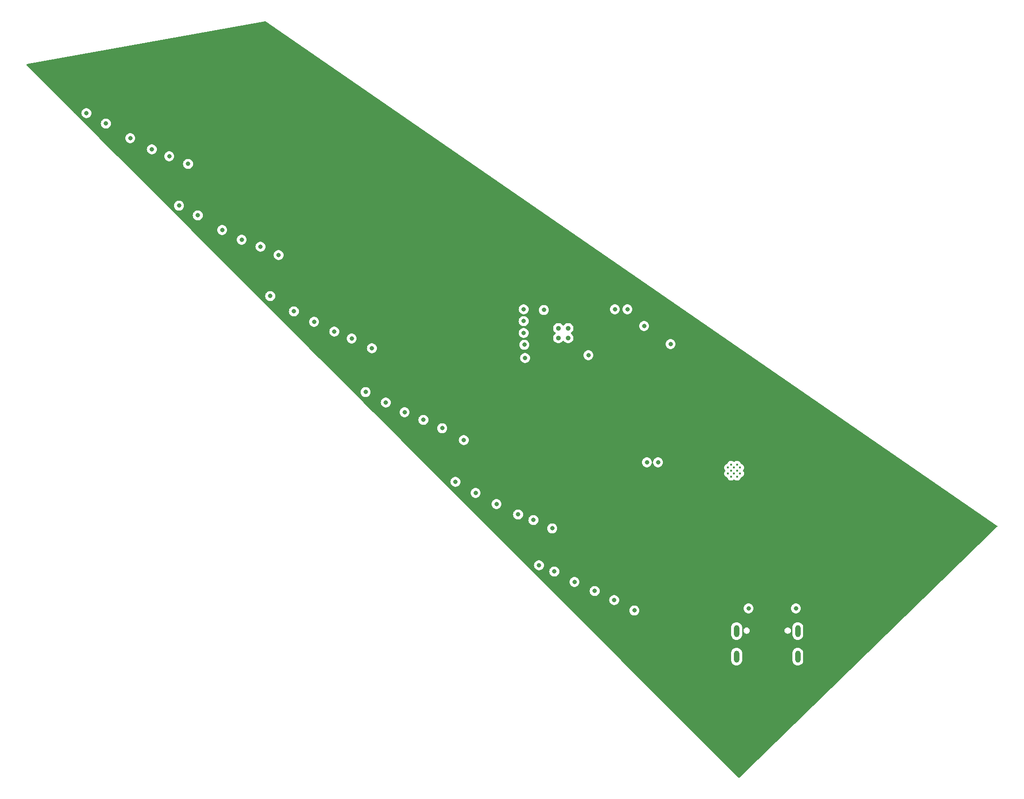
<source format=gbr>
%TF.GenerationSoftware,KiCad,Pcbnew,(7.0.0)*%
%TF.CreationDate,2023-03-03T17:04:13-06:00*%
%TF.ProjectId,LED Fan Blade,4c454420-4661-46e2-9042-6c6164652e6b,rev?*%
%TF.SameCoordinates,Original*%
%TF.FileFunction,Copper,L3,Inr*%
%TF.FilePolarity,Positive*%
%FSLAX46Y46*%
G04 Gerber Fmt 4.6, Leading zero omitted, Abs format (unit mm)*
G04 Created by KiCad (PCBNEW (7.0.0)) date 2023-03-03 17:04:13*
%MOMM*%
%LPD*%
G01*
G04 APERTURE LIST*
G04 Aperture macros list*
%AMRoundRect*
0 Rectangle with rounded corners*
0 $1 Rounding radius*
0 $2 $3 $4 $5 $6 $7 $8 $9 X,Y pos of 4 corners*
0 Add a 4 corners polygon primitive as box body*
4,1,4,$2,$3,$4,$5,$6,$7,$8,$9,$2,$3,0*
0 Add four circle primitives for the rounded corners*
1,1,$1+$1,$2,$3*
1,1,$1+$1,$4,$5*
1,1,$1+$1,$6,$7*
1,1,$1+$1,$8,$9*
0 Add four rect primitives between the rounded corners*
20,1,$1+$1,$2,$3,$4,$5,0*
20,1,$1+$1,$4,$5,$6,$7,0*
20,1,$1+$1,$6,$7,$8,$9,0*
20,1,$1+$1,$8,$9,$2,$3,0*%
G04 Aperture macros list end*
%TA.AperFunction,ComponentPad*%
%ADD10C,0.900000*%
%TD*%
%TA.AperFunction,ComponentPad*%
%ADD11RoundRect,0.500000X0.000000X-0.600000X0.000000X-0.600000X0.000000X0.600000X0.000000X0.600000X0*%
%TD*%
%TA.AperFunction,ComponentPad*%
%ADD12C,0.400000*%
%TD*%
%TA.AperFunction,ViaPad*%
%ADD13C,0.800000*%
%TD*%
G04 APERTURE END LIST*
D10*
%TO.N,GND*%
%TO.C,LED-Driver1*%
X115184000Y-76870000D03*
X113384000Y-76870000D03*
X115184000Y-78670000D03*
X113384000Y-78670000D03*
%TD*%
D11*
%TO.N,Net-(USB-C1-SHIELD)*%
%TO.C,USB-C1*%
X145894000Y-132152500D03*
X145894000Y-136822500D03*
X157054000Y-132152500D03*
X157054000Y-136832500D03*
%TD*%
D12*
%TO.N,GND*%
%TO.C,ESP1*%
X144890500Y-101768000D03*
X145990500Y-101768000D03*
X144340500Y-102318000D03*
X145440500Y-102318000D03*
X146540500Y-102318000D03*
X144890500Y-102868000D03*
X145990500Y-102868000D03*
X144340500Y-103418000D03*
X145440500Y-103418000D03*
X146540500Y-103418000D03*
X144890500Y-103968000D03*
X145990500Y-103968000D03*
%TD*%
D13*
%TO.N,SW4<-->LED(24-29)*%
X123571000Y-126492000D03*
%TO.N,SW3<-->LED(18-23)*%
X120015000Y-124841000D03*
%TO.N,SW2<-->LED(12-17)*%
X116332000Y-123190000D03*
%TO.N,SW1<-->LED(6-11)*%
X112649000Y-121285000D03*
%TO.N,SWO<-->LED(0-5)*%
X109855000Y-120142000D03*
%TO.N,SW4<-->LED(24-29)*%
X108839000Y-111887000D03*
%TO.N,SW3<-->LED(18-23)*%
X106045000Y-110871000D03*
%TO.N,SW2<-->LED(12-17)*%
X102108000Y-108966000D03*
%TO.N,SW1<-->LED(6-11)*%
X98298000Y-106934000D03*
%TO.N,SWO<-->LED(0-5)*%
X94615000Y-104902000D03*
%TO.N,SW4<-->LED(24-29)*%
X92202000Y-95123000D03*
%TO.N,SW3<-->LED(18-23)*%
X88773000Y-93599000D03*
%TO.N,SW2<-->LED(12-17)*%
X85344000Y-92202000D03*
%TO.N,SW1<-->LED(6-11)*%
X81915000Y-90424000D03*
%TO.N,SWO<-->LED(0-5)*%
X78232000Y-88519000D03*
%TO.N,SW4<-->LED(24-29)*%
X75692000Y-78740000D03*
%TO.N,SW3<-->LED(18-23)*%
X72517000Y-77470000D03*
%TO.N,SW2<-->LED(12-17)*%
X68834000Y-75692000D03*
%TO.N,SW1<-->LED(6-11)*%
X65151000Y-73787000D03*
%TO.N,SWO<-->LED(0-5)*%
X60833000Y-70993000D03*
%TO.N,SW4<-->LED(24-29)*%
X59055000Y-61976000D03*
%TO.N,SW3<-->LED(18-23)*%
X55626000Y-60706000D03*
%TO.N,SW2<-->LED(12-17)*%
X52070000Y-58928000D03*
%TO.N,SW1<-->LED(6-11)*%
X47625000Y-56261000D03*
%TO.N,SWO<-->LED(0-5)*%
X44196000Y-54483000D03*
%TO.N,SW4<-->LED(24-29)*%
X42418000Y-45466000D03*
%TO.N,SW3<-->LED(18-23)*%
X39243000Y-44196000D03*
%TO.N,SW2<-->LED(12-17)*%
X35306000Y-42164000D03*
%TO.N,SW1<-->LED(6-11)*%
X30861000Y-39497000D03*
%TO.N,SWO<-->LED(0-5)*%
X27305000Y-37592000D03*
X110744000Y-73533000D03*
%TO.N,SW1<-->LED(6-11)*%
X107061000Y-73406000D03*
%TO.N,SW5<-->LED(30-35)*%
X107315000Y-82296000D03*
%TO.N,SW4<-->LED(24-29)*%
X107188000Y-79883000D03*
%TO.N,SW3<-->LED(18-23)*%
X107061000Y-77724000D03*
%TO.N,SW2<-->LED(12-17)*%
X107061000Y-75565000D03*
%TO.N,SW5<-->LED(30-35)*%
X62357000Y-63500000D03*
X45847000Y-46863000D03*
X79375000Y-80518000D03*
X96139000Y-97282000D03*
X112268000Y-113411000D03*
X127254000Y-128397000D03*
%TO.N,GND*%
X118872000Y-81788000D03*
X156718000Y-128016000D03*
X148082000Y-128016000D03*
%TO.N,MISO*%
X131572000Y-101346000D03*
X125984000Y-73406000D03*
%TO.N,SS*%
X129540000Y-101346000D03*
X123698000Y-73406000D03*
%TO.N,VSYNC*%
X129032000Y-76454000D03*
X133858000Y-79756000D03*
%TO.N,+5V*%
X118364000Y-74168000D03*
%TD*%
%TA.AperFunction,Conductor*%
%TO.N,+5V*%
G36*
X59941744Y-20838432D02*
G01*
X59985978Y-20857577D01*
X193423034Y-112944366D01*
X193459885Y-112984240D01*
X193476167Y-113036036D01*
X193468759Y-113089823D01*
X193439082Y-113135290D01*
X146391755Y-158917904D01*
X146336241Y-158949107D01*
X146272561Y-158948643D01*
X146217509Y-158916632D01*
X124820483Y-137477814D01*
X144893500Y-137477814D01*
X144893501Y-137480536D01*
X144893742Y-137483249D01*
X144893743Y-137483267D01*
X144903592Y-137594050D01*
X144904114Y-137599918D01*
X144905731Y-137605570D01*
X144905733Y-137605579D01*
X144908595Y-137615580D01*
X144960091Y-137795549D01*
X145054302Y-137975907D01*
X145182891Y-138133609D01*
X145340593Y-138262198D01*
X145520951Y-138356409D01*
X145716582Y-138412386D01*
X145835963Y-138423000D01*
X145952036Y-138422999D01*
X146071418Y-138412386D01*
X146267049Y-138356409D01*
X146447407Y-138262198D01*
X146605109Y-138133609D01*
X146733698Y-137975907D01*
X146827909Y-137795549D01*
X146883886Y-137599918D01*
X146893853Y-137487814D01*
X156053500Y-137487814D01*
X156053501Y-137490536D01*
X156053742Y-137493249D01*
X156053743Y-137493267D01*
X156062703Y-137594050D01*
X156064114Y-137609918D01*
X156065731Y-137615570D01*
X156065733Y-137615579D01*
X156118360Y-137799501D01*
X156120091Y-137805549D01*
X156123004Y-137811125D01*
X156206165Y-137970331D01*
X156214302Y-137985907D01*
X156342891Y-138143609D01*
X156500593Y-138272198D01*
X156680951Y-138366409D01*
X156876582Y-138422386D01*
X156995963Y-138433000D01*
X157112036Y-138432999D01*
X157231418Y-138422386D01*
X157427049Y-138366409D01*
X157607407Y-138272198D01*
X157765109Y-138143609D01*
X157893698Y-137985907D01*
X157987909Y-137805549D01*
X158043886Y-137609918D01*
X158054500Y-137490537D01*
X158054499Y-136174464D01*
X158043886Y-136055082D01*
X157987909Y-135859451D01*
X157893698Y-135679093D01*
X157765109Y-135521391D01*
X157607407Y-135392802D01*
X157601833Y-135389890D01*
X157601831Y-135389889D01*
X157517228Y-135345696D01*
X157427049Y-135298591D01*
X157421004Y-135296861D01*
X157421001Y-135296860D01*
X157237080Y-135244234D01*
X157237079Y-135244233D01*
X157231418Y-135242614D01*
X157225552Y-135242092D01*
X157225550Y-135242092D01*
X157114766Y-135232242D01*
X157114751Y-135232241D01*
X157112037Y-135232000D01*
X157109294Y-135232000D01*
X156998708Y-135232000D01*
X156998685Y-135232000D01*
X156995964Y-135232001D01*
X156993252Y-135232242D01*
X156993231Y-135232243D01*
X156882448Y-135242092D01*
X156882442Y-135242092D01*
X156876582Y-135242614D01*
X156870930Y-135244230D01*
X156870920Y-135244233D01*
X156686998Y-135296860D01*
X156686991Y-135296862D01*
X156680951Y-135298591D01*
X156675375Y-135301503D01*
X156675374Y-135301504D01*
X156506168Y-135389889D01*
X156506161Y-135389893D01*
X156500593Y-135392802D01*
X156495724Y-135396771D01*
X156495718Y-135396776D01*
X156347760Y-135517420D01*
X156347755Y-135517424D01*
X156342891Y-135521391D01*
X156338924Y-135526255D01*
X156338920Y-135526260D01*
X156218276Y-135674218D01*
X156218271Y-135674224D01*
X156214302Y-135679093D01*
X156211393Y-135684661D01*
X156211389Y-135684668D01*
X156123004Y-135853874D01*
X156120091Y-135859451D01*
X156118362Y-135865491D01*
X156118360Y-135865498D01*
X156068595Y-136039420D01*
X156064114Y-136055082D01*
X156063592Y-136060945D01*
X156063592Y-136060949D01*
X156053742Y-136171732D01*
X156053741Y-136171750D01*
X156053500Y-136174463D01*
X156053500Y-136177205D01*
X156053500Y-136177206D01*
X156053500Y-137487792D01*
X156053500Y-137487814D01*
X146893853Y-137487814D01*
X146894500Y-137480537D01*
X146894499Y-136164464D01*
X146883886Y-136045082D01*
X146827909Y-135849451D01*
X146733698Y-135669093D01*
X146605109Y-135511391D01*
X146447407Y-135382802D01*
X146441833Y-135379890D01*
X146441831Y-135379889D01*
X146357227Y-135335696D01*
X146267049Y-135288591D01*
X146261004Y-135286861D01*
X146261001Y-135286860D01*
X146077080Y-135234234D01*
X146077079Y-135234233D01*
X146071418Y-135232614D01*
X146065552Y-135232092D01*
X146065550Y-135232092D01*
X145954766Y-135222242D01*
X145954751Y-135222241D01*
X145952037Y-135222000D01*
X145949294Y-135222000D01*
X145838708Y-135222000D01*
X145838685Y-135222000D01*
X145835964Y-135222001D01*
X145833252Y-135222242D01*
X145833231Y-135222243D01*
X145722448Y-135232092D01*
X145722442Y-135232092D01*
X145716582Y-135232614D01*
X145710930Y-135234230D01*
X145710920Y-135234233D01*
X145526998Y-135286860D01*
X145526991Y-135286862D01*
X145520951Y-135288591D01*
X145515375Y-135291503D01*
X145515374Y-135291504D01*
X145346168Y-135379889D01*
X145346161Y-135379893D01*
X145340593Y-135382802D01*
X145335724Y-135386771D01*
X145335718Y-135386776D01*
X145187760Y-135507420D01*
X145187755Y-135507424D01*
X145182891Y-135511391D01*
X145178924Y-135516255D01*
X145178920Y-135516260D01*
X145058276Y-135664218D01*
X145058271Y-135664224D01*
X145054302Y-135669093D01*
X145051393Y-135674661D01*
X145051389Y-135674668D01*
X144963004Y-135843874D01*
X144960091Y-135849451D01*
X144958362Y-135855491D01*
X144958360Y-135855498D01*
X144955499Y-135865498D01*
X144904114Y-136045082D01*
X144903592Y-136050945D01*
X144903592Y-136050949D01*
X144893742Y-136161732D01*
X144893741Y-136161750D01*
X144893500Y-136164463D01*
X144893500Y-136167205D01*
X144893500Y-136167206D01*
X144893500Y-137477792D01*
X144893500Y-137477814D01*
X124820483Y-137477814D01*
X120159586Y-132807814D01*
X144893500Y-132807814D01*
X144893501Y-132810536D01*
X144893742Y-132813249D01*
X144893743Y-132813267D01*
X144903592Y-132924050D01*
X144904114Y-132929918D01*
X144905731Y-132935570D01*
X144905733Y-132935579D01*
X144958360Y-133119501D01*
X144960091Y-133125549D01*
X145054302Y-133305907D01*
X145182891Y-133463609D01*
X145340593Y-133592198D01*
X145520951Y-133686409D01*
X145716582Y-133742386D01*
X145835963Y-133753000D01*
X145952036Y-133752999D01*
X146071418Y-133742386D01*
X146267049Y-133686409D01*
X146447407Y-133592198D01*
X146605109Y-133463609D01*
X146733698Y-133305907D01*
X146827909Y-133125549D01*
X146883886Y-132929918D01*
X146894500Y-132810537D01*
X146894500Y-132807814D01*
X156053500Y-132807814D01*
X156053501Y-132810536D01*
X156053742Y-132813249D01*
X156053743Y-132813267D01*
X156063592Y-132924050D01*
X156064114Y-132929918D01*
X156065731Y-132935570D01*
X156065733Y-132935579D01*
X156118360Y-133119501D01*
X156120091Y-133125549D01*
X156214302Y-133305907D01*
X156342891Y-133463609D01*
X156500593Y-133592198D01*
X156680951Y-133686409D01*
X156876582Y-133742386D01*
X156995963Y-133753000D01*
X157112036Y-133752999D01*
X157231418Y-133742386D01*
X157427049Y-133686409D01*
X157607407Y-133592198D01*
X157765109Y-133463609D01*
X157893698Y-133305907D01*
X157987909Y-133125549D01*
X158043886Y-132929918D01*
X158054500Y-132810537D01*
X158054499Y-131494464D01*
X158043886Y-131375082D01*
X157987909Y-131179451D01*
X157893698Y-130999093D01*
X157765109Y-130841391D01*
X157607407Y-130712802D01*
X157601833Y-130709890D01*
X157601831Y-130709889D01*
X157517227Y-130665696D01*
X157427049Y-130618591D01*
X157421004Y-130616861D01*
X157421001Y-130616860D01*
X157237080Y-130564234D01*
X157237079Y-130564233D01*
X157231418Y-130562614D01*
X157225552Y-130562092D01*
X157225550Y-130562092D01*
X157114766Y-130552242D01*
X157114751Y-130552241D01*
X157112037Y-130552000D01*
X157109294Y-130552000D01*
X156998708Y-130552000D01*
X156998685Y-130552000D01*
X156995964Y-130552001D01*
X156993252Y-130552242D01*
X156993231Y-130552243D01*
X156882448Y-130562092D01*
X156882442Y-130562092D01*
X156876582Y-130562614D01*
X156870930Y-130564230D01*
X156870920Y-130564233D01*
X156686998Y-130616860D01*
X156686991Y-130616862D01*
X156680951Y-130618591D01*
X156675375Y-130621503D01*
X156675374Y-130621504D01*
X156506168Y-130709889D01*
X156506161Y-130709893D01*
X156500593Y-130712802D01*
X156495724Y-130716771D01*
X156495718Y-130716776D01*
X156347760Y-130837420D01*
X156347755Y-130837424D01*
X156342891Y-130841391D01*
X156338924Y-130846255D01*
X156338920Y-130846260D01*
X156218276Y-130994218D01*
X156218271Y-130994224D01*
X156214302Y-130999093D01*
X156211393Y-131004661D01*
X156211389Y-131004668D01*
X156123004Y-131173874D01*
X156120091Y-131179451D01*
X156118362Y-131185491D01*
X156118360Y-131185498D01*
X156065734Y-131369419D01*
X156064114Y-131375082D01*
X156063592Y-131380945D01*
X156063592Y-131380949D01*
X156053742Y-131491732D01*
X156053741Y-131491750D01*
X156053500Y-131494463D01*
X156053500Y-131497205D01*
X156053500Y-131497206D01*
X156053500Y-132807792D01*
X156053500Y-132807814D01*
X146894500Y-132807814D01*
X146894499Y-132067500D01*
X147143534Y-132067500D01*
X147144595Y-132075559D01*
X147162251Y-132209676D01*
X147162252Y-132209682D01*
X147163313Y-132217736D01*
X147221302Y-132357733D01*
X147226245Y-132364174D01*
X147226248Y-132364180D01*
X147308605Y-132471508D01*
X147313549Y-132477951D01*
X147319991Y-132482894D01*
X147427319Y-132565251D01*
X147427322Y-132565253D01*
X147433767Y-132570198D01*
X147573764Y-132628187D01*
X147686280Y-132643000D01*
X147757667Y-132643000D01*
X147761720Y-132643000D01*
X147874236Y-132628187D01*
X148014233Y-132570198D01*
X148134451Y-132477951D01*
X148226698Y-132357733D01*
X148284687Y-132217736D01*
X148304466Y-132067500D01*
X154643534Y-132067500D01*
X154644595Y-132075559D01*
X154662251Y-132209676D01*
X154662252Y-132209682D01*
X154663313Y-132217736D01*
X154721302Y-132357733D01*
X154726245Y-132364174D01*
X154726248Y-132364180D01*
X154808605Y-132471508D01*
X154813549Y-132477951D01*
X154819991Y-132482894D01*
X154927319Y-132565251D01*
X154927322Y-132565253D01*
X154933767Y-132570198D01*
X155073764Y-132628187D01*
X155186280Y-132643000D01*
X155257667Y-132643000D01*
X155261720Y-132643000D01*
X155374236Y-132628187D01*
X155514233Y-132570198D01*
X155634451Y-132477951D01*
X155726698Y-132357733D01*
X155784687Y-132217736D01*
X155804466Y-132067500D01*
X155784687Y-131917264D01*
X155726698Y-131777267D01*
X155721753Y-131770822D01*
X155721751Y-131770819D01*
X155639394Y-131663491D01*
X155634451Y-131657049D01*
X155628008Y-131652105D01*
X155520680Y-131569748D01*
X155520674Y-131569745D01*
X155514233Y-131564802D01*
X155506724Y-131561691D01*
X155506723Y-131561691D01*
X155381745Y-131509923D01*
X155381742Y-131509922D01*
X155374236Y-131506813D01*
X155366182Y-131505752D01*
X155366176Y-131505751D01*
X155265739Y-131492529D01*
X155265737Y-131492528D01*
X155261720Y-131492000D01*
X155186280Y-131492000D01*
X155182263Y-131492528D01*
X155182260Y-131492529D01*
X155081823Y-131505751D01*
X155081815Y-131505752D01*
X155073764Y-131506813D01*
X155066259Y-131509921D01*
X155066254Y-131509923D01*
X154941276Y-131561691D01*
X154941272Y-131561693D01*
X154933767Y-131564802D01*
X154927328Y-131569742D01*
X154927319Y-131569748D01*
X154819991Y-131652105D01*
X154819987Y-131652108D01*
X154813549Y-131657049D01*
X154808608Y-131663487D01*
X154808605Y-131663491D01*
X154726248Y-131770819D01*
X154726242Y-131770828D01*
X154721302Y-131777267D01*
X154718193Y-131784772D01*
X154718191Y-131784776D01*
X154666423Y-131909754D01*
X154666421Y-131909759D01*
X154663313Y-131917264D01*
X154662252Y-131925315D01*
X154662251Y-131925323D01*
X154644760Y-132058183D01*
X154643534Y-132067500D01*
X148304466Y-132067500D01*
X148284687Y-131917264D01*
X148226698Y-131777267D01*
X148221753Y-131770822D01*
X148221751Y-131770819D01*
X148139394Y-131663491D01*
X148134451Y-131657049D01*
X148128008Y-131652105D01*
X148020680Y-131569748D01*
X148020674Y-131569745D01*
X148014233Y-131564802D01*
X148006724Y-131561691D01*
X148006723Y-131561691D01*
X147881745Y-131509923D01*
X147881742Y-131509922D01*
X147874236Y-131506813D01*
X147866182Y-131505752D01*
X147866176Y-131505751D01*
X147765739Y-131492529D01*
X147765737Y-131492528D01*
X147761720Y-131492000D01*
X147686280Y-131492000D01*
X147682263Y-131492528D01*
X147682260Y-131492529D01*
X147581823Y-131505751D01*
X147581815Y-131505752D01*
X147573764Y-131506813D01*
X147566259Y-131509921D01*
X147566254Y-131509923D01*
X147441276Y-131561691D01*
X147441272Y-131561693D01*
X147433767Y-131564802D01*
X147427328Y-131569742D01*
X147427319Y-131569748D01*
X147319991Y-131652105D01*
X147319987Y-131652108D01*
X147313549Y-131657049D01*
X147308608Y-131663487D01*
X147308605Y-131663491D01*
X147226248Y-131770819D01*
X147226242Y-131770828D01*
X147221302Y-131777267D01*
X147218193Y-131784772D01*
X147218191Y-131784776D01*
X147166423Y-131909754D01*
X147166421Y-131909759D01*
X147163313Y-131917264D01*
X147162252Y-131925315D01*
X147162251Y-131925323D01*
X147144760Y-132058183D01*
X147143534Y-132067500D01*
X146894499Y-132067500D01*
X146894499Y-131494464D01*
X146883886Y-131375082D01*
X146827909Y-131179451D01*
X146733698Y-130999093D01*
X146605109Y-130841391D01*
X146447407Y-130712802D01*
X146441833Y-130709890D01*
X146441831Y-130709889D01*
X146357227Y-130665696D01*
X146267049Y-130618591D01*
X146261004Y-130616861D01*
X146261001Y-130616860D01*
X146077080Y-130564234D01*
X146077079Y-130564233D01*
X146071418Y-130562614D01*
X146065552Y-130562092D01*
X146065550Y-130562092D01*
X145954766Y-130552242D01*
X145954751Y-130552241D01*
X145952037Y-130552000D01*
X145949294Y-130552000D01*
X145838708Y-130552000D01*
X145838685Y-130552000D01*
X145835964Y-130552001D01*
X145833252Y-130552242D01*
X145833231Y-130552243D01*
X145722448Y-130562092D01*
X145722442Y-130562092D01*
X145716582Y-130562614D01*
X145710930Y-130564230D01*
X145710920Y-130564233D01*
X145526998Y-130616860D01*
X145526991Y-130616862D01*
X145520951Y-130618591D01*
X145515375Y-130621503D01*
X145515374Y-130621504D01*
X145346168Y-130709889D01*
X145346161Y-130709893D01*
X145340593Y-130712802D01*
X145335724Y-130716771D01*
X145335718Y-130716776D01*
X145187760Y-130837420D01*
X145187755Y-130837424D01*
X145182891Y-130841391D01*
X145178924Y-130846255D01*
X145178920Y-130846260D01*
X145058276Y-130994218D01*
X145058271Y-130994224D01*
X145054302Y-130999093D01*
X145051393Y-131004661D01*
X145051389Y-131004668D01*
X144963004Y-131173874D01*
X144960091Y-131179451D01*
X144958362Y-131185491D01*
X144958360Y-131185498D01*
X144905734Y-131369419D01*
X144904114Y-131375082D01*
X144903592Y-131380945D01*
X144903592Y-131380949D01*
X144893742Y-131491732D01*
X144893741Y-131491750D01*
X144893500Y-131494463D01*
X144893500Y-131497205D01*
X144893500Y-131497206D01*
X144893500Y-132807792D01*
X144893500Y-132807814D01*
X120159586Y-132807814D01*
X115757370Y-128397000D01*
X126348540Y-128397000D01*
X126349219Y-128403460D01*
X126367646Y-128578795D01*
X126367647Y-128578803D01*
X126368326Y-128585256D01*
X126370331Y-128591428D01*
X126370333Y-128591435D01*
X126424813Y-128759105D01*
X126426821Y-128765284D01*
X126430068Y-128770908D01*
X126430069Y-128770910D01*
X126489875Y-128874498D01*
X126521467Y-128929216D01*
X126648129Y-129069888D01*
X126801270Y-129181151D01*
X126974197Y-129258144D01*
X127159354Y-129297500D01*
X127342143Y-129297500D01*
X127348646Y-129297500D01*
X127533803Y-129258144D01*
X127706730Y-129181151D01*
X127859871Y-129069888D01*
X127986533Y-128929216D01*
X128081179Y-128765284D01*
X128139674Y-128585256D01*
X128159460Y-128397000D01*
X128139674Y-128208744D01*
X128081179Y-128028716D01*
X128073837Y-128016000D01*
X147176540Y-128016000D01*
X147177219Y-128022460D01*
X147195646Y-128197795D01*
X147195647Y-128197803D01*
X147196326Y-128204256D01*
X147198331Y-128210428D01*
X147198333Y-128210435D01*
X147199883Y-128215204D01*
X147254821Y-128384284D01*
X147258068Y-128389908D01*
X147258069Y-128389910D01*
X147262162Y-128397000D01*
X147349467Y-128548216D01*
X147353811Y-128553041D01*
X147353813Y-128553043D01*
X147471779Y-128684057D01*
X147476129Y-128688888D01*
X147629270Y-128800151D01*
X147802197Y-128877144D01*
X147987354Y-128916500D01*
X148170143Y-128916500D01*
X148176646Y-128916500D01*
X148361803Y-128877144D01*
X148534730Y-128800151D01*
X148687871Y-128688888D01*
X148814533Y-128548216D01*
X148909179Y-128384284D01*
X148967674Y-128204256D01*
X148987460Y-128016000D01*
X155812540Y-128016000D01*
X155813219Y-128022460D01*
X155831646Y-128197795D01*
X155831647Y-128197803D01*
X155832326Y-128204256D01*
X155834331Y-128210428D01*
X155834333Y-128210435D01*
X155835883Y-128215204D01*
X155890821Y-128384284D01*
X155894068Y-128389908D01*
X155894069Y-128389910D01*
X155898162Y-128397000D01*
X155985467Y-128548216D01*
X155989811Y-128553041D01*
X155989813Y-128553043D01*
X156107779Y-128684057D01*
X156112129Y-128688888D01*
X156265270Y-128800151D01*
X156438197Y-128877144D01*
X156623354Y-128916500D01*
X156806143Y-128916500D01*
X156812646Y-128916500D01*
X156997803Y-128877144D01*
X157170730Y-128800151D01*
X157323871Y-128688888D01*
X157450533Y-128548216D01*
X157545179Y-128384284D01*
X157603674Y-128204256D01*
X157623460Y-128016000D01*
X157603674Y-127827744D01*
X157545179Y-127647716D01*
X157450533Y-127483784D01*
X157323871Y-127343112D01*
X157318613Y-127339292D01*
X157318611Y-127339290D01*
X157175988Y-127235669D01*
X157175987Y-127235668D01*
X157170730Y-127231849D01*
X157164792Y-127229205D01*
X157003745Y-127157501D01*
X157003740Y-127157499D01*
X156997803Y-127154856D01*
X156991444Y-127153504D01*
X156991440Y-127153503D01*
X156819008Y-127116852D01*
X156819005Y-127116851D01*
X156812646Y-127115500D01*
X156623354Y-127115500D01*
X156616995Y-127116851D01*
X156616991Y-127116852D01*
X156444559Y-127153503D01*
X156444552Y-127153505D01*
X156438197Y-127154856D01*
X156432262Y-127157498D01*
X156432254Y-127157501D01*
X156271207Y-127229205D01*
X156271202Y-127229207D01*
X156265270Y-127231849D01*
X156260016Y-127235665D01*
X156260011Y-127235669D01*
X156117388Y-127339290D01*
X156117381Y-127339295D01*
X156112129Y-127343112D01*
X156107784Y-127347937D01*
X156107779Y-127347942D01*
X155989813Y-127478956D01*
X155989808Y-127478962D01*
X155985467Y-127483784D01*
X155982222Y-127489404D01*
X155982218Y-127489410D01*
X155894069Y-127642089D01*
X155894066Y-127642094D01*
X155890821Y-127647716D01*
X155888815Y-127653888D01*
X155888813Y-127653894D01*
X155834333Y-127821564D01*
X155834331Y-127821573D01*
X155832326Y-127827744D01*
X155831648Y-127834194D01*
X155831646Y-127834204D01*
X155813962Y-128002464D01*
X155812540Y-128016000D01*
X148987460Y-128016000D01*
X148967674Y-127827744D01*
X148909179Y-127647716D01*
X148814533Y-127483784D01*
X148687871Y-127343112D01*
X148682613Y-127339292D01*
X148682611Y-127339290D01*
X148539988Y-127235669D01*
X148539987Y-127235668D01*
X148534730Y-127231849D01*
X148528792Y-127229205D01*
X148367745Y-127157501D01*
X148367740Y-127157499D01*
X148361803Y-127154856D01*
X148355444Y-127153504D01*
X148355440Y-127153503D01*
X148183008Y-127116852D01*
X148183005Y-127116851D01*
X148176646Y-127115500D01*
X147987354Y-127115500D01*
X147980995Y-127116851D01*
X147980991Y-127116852D01*
X147808559Y-127153503D01*
X147808552Y-127153505D01*
X147802197Y-127154856D01*
X147796262Y-127157498D01*
X147796254Y-127157501D01*
X147635207Y-127229205D01*
X147635202Y-127229207D01*
X147629270Y-127231849D01*
X147624016Y-127235665D01*
X147624011Y-127235669D01*
X147481388Y-127339290D01*
X147481381Y-127339295D01*
X147476129Y-127343112D01*
X147471784Y-127347937D01*
X147471779Y-127347942D01*
X147353813Y-127478956D01*
X147353808Y-127478962D01*
X147349467Y-127483784D01*
X147346222Y-127489404D01*
X147346218Y-127489410D01*
X147258069Y-127642089D01*
X147258066Y-127642094D01*
X147254821Y-127647716D01*
X147252815Y-127653888D01*
X147252813Y-127653894D01*
X147198333Y-127821564D01*
X147198331Y-127821573D01*
X147196326Y-127827744D01*
X147195648Y-127834194D01*
X147195646Y-127834204D01*
X147177962Y-128002464D01*
X147176540Y-128016000D01*
X128073837Y-128016000D01*
X127986533Y-127864784D01*
X127947617Y-127821564D01*
X127864220Y-127728942D01*
X127864219Y-127728941D01*
X127859871Y-127724112D01*
X127854613Y-127720292D01*
X127854611Y-127720290D01*
X127711988Y-127616669D01*
X127711987Y-127616668D01*
X127706730Y-127612849D01*
X127700792Y-127610205D01*
X127539745Y-127538501D01*
X127539740Y-127538499D01*
X127533803Y-127535856D01*
X127527444Y-127534504D01*
X127527440Y-127534503D01*
X127355008Y-127497852D01*
X127355005Y-127497851D01*
X127348646Y-127496500D01*
X127159354Y-127496500D01*
X127152995Y-127497851D01*
X127152991Y-127497852D01*
X126980559Y-127534503D01*
X126980552Y-127534505D01*
X126974197Y-127535856D01*
X126968262Y-127538498D01*
X126968254Y-127538501D01*
X126807207Y-127610205D01*
X126807202Y-127610207D01*
X126801270Y-127612849D01*
X126796016Y-127616665D01*
X126796011Y-127616669D01*
X126653388Y-127720290D01*
X126653381Y-127720295D01*
X126648129Y-127724112D01*
X126643784Y-127728937D01*
X126643779Y-127728942D01*
X126525813Y-127859956D01*
X126525808Y-127859962D01*
X126521467Y-127864784D01*
X126518222Y-127870404D01*
X126518218Y-127870410D01*
X126430069Y-128023089D01*
X126430066Y-128023094D01*
X126426821Y-128028716D01*
X126424815Y-128034888D01*
X126424813Y-128034894D01*
X126370333Y-128202564D01*
X126370331Y-128202573D01*
X126368326Y-128208744D01*
X126367648Y-128215194D01*
X126367646Y-128215204D01*
X126350526Y-128378105D01*
X126348540Y-128397000D01*
X115757370Y-128397000D01*
X113856083Y-126492000D01*
X122665540Y-126492000D01*
X122666219Y-126498460D01*
X122684646Y-126673795D01*
X122684647Y-126673803D01*
X122685326Y-126680256D01*
X122687331Y-126686428D01*
X122687333Y-126686435D01*
X122741813Y-126854105D01*
X122743821Y-126860284D01*
X122838467Y-127024216D01*
X122965129Y-127164888D01*
X123118270Y-127276151D01*
X123291197Y-127353144D01*
X123476354Y-127392500D01*
X123659143Y-127392500D01*
X123665646Y-127392500D01*
X123850803Y-127353144D01*
X124023730Y-127276151D01*
X124176871Y-127164888D01*
X124303533Y-127024216D01*
X124398179Y-126860284D01*
X124456674Y-126680256D01*
X124476460Y-126492000D01*
X124456674Y-126303744D01*
X124398179Y-126123716D01*
X124303533Y-125959784D01*
X124176871Y-125819112D01*
X124171613Y-125815292D01*
X124171611Y-125815290D01*
X124028988Y-125711669D01*
X124028987Y-125711668D01*
X124023730Y-125707849D01*
X124017792Y-125705205D01*
X123856745Y-125633501D01*
X123856740Y-125633499D01*
X123850803Y-125630856D01*
X123844444Y-125629504D01*
X123844440Y-125629503D01*
X123672008Y-125592852D01*
X123672005Y-125592851D01*
X123665646Y-125591500D01*
X123476354Y-125591500D01*
X123469995Y-125592851D01*
X123469991Y-125592852D01*
X123297559Y-125629503D01*
X123297552Y-125629505D01*
X123291197Y-125630856D01*
X123285262Y-125633498D01*
X123285254Y-125633501D01*
X123124207Y-125705205D01*
X123124202Y-125705207D01*
X123118270Y-125707849D01*
X123113016Y-125711665D01*
X123113011Y-125711669D01*
X122970388Y-125815290D01*
X122970381Y-125815295D01*
X122965129Y-125819112D01*
X122960784Y-125823937D01*
X122960779Y-125823942D01*
X122842813Y-125954956D01*
X122842808Y-125954962D01*
X122838467Y-125959784D01*
X122835222Y-125965404D01*
X122835218Y-125965410D01*
X122747069Y-126118089D01*
X122747066Y-126118094D01*
X122743821Y-126123716D01*
X122741815Y-126129888D01*
X122741813Y-126129894D01*
X122687333Y-126297564D01*
X122687331Y-126297573D01*
X122685326Y-126303744D01*
X122684648Y-126310194D01*
X122684646Y-126310204D01*
X122666962Y-126478464D01*
X122665540Y-126492000D01*
X113856083Y-126492000D01*
X112208301Y-124841000D01*
X119109540Y-124841000D01*
X119110219Y-124847460D01*
X119128646Y-125022795D01*
X119128647Y-125022803D01*
X119129326Y-125029256D01*
X119131331Y-125035428D01*
X119131333Y-125035435D01*
X119185813Y-125203105D01*
X119187821Y-125209284D01*
X119282467Y-125373216D01*
X119409129Y-125513888D01*
X119562270Y-125625151D01*
X119735197Y-125702144D01*
X119920354Y-125741500D01*
X120103143Y-125741500D01*
X120109646Y-125741500D01*
X120294803Y-125702144D01*
X120467730Y-125625151D01*
X120620871Y-125513888D01*
X120747533Y-125373216D01*
X120842179Y-125209284D01*
X120900674Y-125029256D01*
X120920460Y-124841000D01*
X120900674Y-124652744D01*
X120842179Y-124472716D01*
X120747533Y-124308784D01*
X120620871Y-124168112D01*
X120615613Y-124164292D01*
X120615611Y-124164290D01*
X120472988Y-124060669D01*
X120472987Y-124060668D01*
X120467730Y-124056849D01*
X120461792Y-124054205D01*
X120300745Y-123982501D01*
X120300740Y-123982499D01*
X120294803Y-123979856D01*
X120288444Y-123978504D01*
X120288440Y-123978503D01*
X120116008Y-123941852D01*
X120116005Y-123941851D01*
X120109646Y-123940500D01*
X119920354Y-123940500D01*
X119913995Y-123941851D01*
X119913991Y-123941852D01*
X119741559Y-123978503D01*
X119741552Y-123978505D01*
X119735197Y-123979856D01*
X119729262Y-123982498D01*
X119729254Y-123982501D01*
X119568207Y-124054205D01*
X119568202Y-124054207D01*
X119562270Y-124056849D01*
X119557016Y-124060665D01*
X119557011Y-124060669D01*
X119414388Y-124164290D01*
X119414381Y-124164295D01*
X119409129Y-124168112D01*
X119404784Y-124172937D01*
X119404779Y-124172942D01*
X119286813Y-124303956D01*
X119286808Y-124303962D01*
X119282467Y-124308784D01*
X119279222Y-124314404D01*
X119279218Y-124314410D01*
X119191069Y-124467089D01*
X119191066Y-124467094D01*
X119187821Y-124472716D01*
X119185815Y-124478888D01*
X119185813Y-124478894D01*
X119131333Y-124646564D01*
X119131331Y-124646573D01*
X119129326Y-124652744D01*
X119128648Y-124659194D01*
X119128646Y-124659204D01*
X119110962Y-124827464D01*
X119109540Y-124841000D01*
X112208301Y-124841000D01*
X110560519Y-123190000D01*
X115426540Y-123190000D01*
X115427219Y-123196460D01*
X115445646Y-123371795D01*
X115445647Y-123371803D01*
X115446326Y-123378256D01*
X115448331Y-123384428D01*
X115448333Y-123384435D01*
X115502813Y-123552105D01*
X115504821Y-123558284D01*
X115599467Y-123722216D01*
X115726129Y-123862888D01*
X115879270Y-123974151D01*
X116052197Y-124051144D01*
X116237354Y-124090500D01*
X116420143Y-124090500D01*
X116426646Y-124090500D01*
X116611803Y-124051144D01*
X116784730Y-123974151D01*
X116937871Y-123862888D01*
X117064533Y-123722216D01*
X117159179Y-123558284D01*
X117217674Y-123378256D01*
X117237460Y-123190000D01*
X117217674Y-123001744D01*
X117159179Y-122821716D01*
X117064533Y-122657784D01*
X116937871Y-122517112D01*
X116932613Y-122513292D01*
X116932611Y-122513290D01*
X116789988Y-122409669D01*
X116789987Y-122409668D01*
X116784730Y-122405849D01*
X116778792Y-122403205D01*
X116617745Y-122331501D01*
X116617740Y-122331499D01*
X116611803Y-122328856D01*
X116605444Y-122327504D01*
X116605440Y-122327503D01*
X116433008Y-122290852D01*
X116433005Y-122290851D01*
X116426646Y-122289500D01*
X116237354Y-122289500D01*
X116230995Y-122290851D01*
X116230991Y-122290852D01*
X116058559Y-122327503D01*
X116058552Y-122327505D01*
X116052197Y-122328856D01*
X116046262Y-122331498D01*
X116046254Y-122331501D01*
X115885207Y-122403205D01*
X115885202Y-122403207D01*
X115879270Y-122405849D01*
X115874016Y-122409665D01*
X115874011Y-122409669D01*
X115731388Y-122513290D01*
X115731381Y-122513295D01*
X115726129Y-122517112D01*
X115721784Y-122521937D01*
X115721779Y-122521942D01*
X115603813Y-122652956D01*
X115603808Y-122652962D01*
X115599467Y-122657784D01*
X115596222Y-122663404D01*
X115596218Y-122663410D01*
X115508069Y-122816089D01*
X115508066Y-122816094D01*
X115504821Y-122821716D01*
X115502815Y-122827888D01*
X115502813Y-122827894D01*
X115448333Y-122995564D01*
X115448331Y-122995573D01*
X115446326Y-123001744D01*
X115445648Y-123008194D01*
X115445646Y-123008204D01*
X115427962Y-123176464D01*
X115426540Y-123190000D01*
X110560519Y-123190000D01*
X108659233Y-121285000D01*
X111743540Y-121285000D01*
X111744219Y-121291460D01*
X111762646Y-121466795D01*
X111762647Y-121466803D01*
X111763326Y-121473256D01*
X111765331Y-121479428D01*
X111765333Y-121479435D01*
X111819813Y-121647105D01*
X111821821Y-121653284D01*
X111916467Y-121817216D01*
X112043129Y-121957888D01*
X112196270Y-122069151D01*
X112369197Y-122146144D01*
X112554354Y-122185500D01*
X112737143Y-122185500D01*
X112743646Y-122185500D01*
X112928803Y-122146144D01*
X113101730Y-122069151D01*
X113254871Y-121957888D01*
X113381533Y-121817216D01*
X113476179Y-121653284D01*
X113534674Y-121473256D01*
X113554460Y-121285000D01*
X113534674Y-121096744D01*
X113476179Y-120916716D01*
X113381533Y-120752784D01*
X113254871Y-120612112D01*
X113249613Y-120608292D01*
X113249611Y-120608290D01*
X113106988Y-120504669D01*
X113106987Y-120504668D01*
X113101730Y-120500849D01*
X113095792Y-120498205D01*
X112934745Y-120426501D01*
X112934740Y-120426499D01*
X112928803Y-120423856D01*
X112922444Y-120422504D01*
X112922440Y-120422503D01*
X112750008Y-120385852D01*
X112750005Y-120385851D01*
X112743646Y-120384500D01*
X112554354Y-120384500D01*
X112547995Y-120385851D01*
X112547991Y-120385852D01*
X112375559Y-120422503D01*
X112375552Y-120422505D01*
X112369197Y-120423856D01*
X112363262Y-120426498D01*
X112363254Y-120426501D01*
X112202207Y-120498205D01*
X112202202Y-120498207D01*
X112196270Y-120500849D01*
X112191016Y-120504665D01*
X112191011Y-120504669D01*
X112048388Y-120608290D01*
X112048381Y-120608295D01*
X112043129Y-120612112D01*
X112038784Y-120616937D01*
X112038779Y-120616942D01*
X111920813Y-120747956D01*
X111920808Y-120747962D01*
X111916467Y-120752784D01*
X111913222Y-120758404D01*
X111913218Y-120758410D01*
X111825069Y-120911089D01*
X111825066Y-120911094D01*
X111821821Y-120916716D01*
X111819815Y-120922888D01*
X111819813Y-120922894D01*
X111765333Y-121090564D01*
X111765331Y-121090573D01*
X111763326Y-121096744D01*
X111762648Y-121103194D01*
X111762646Y-121103204D01*
X111744962Y-121271464D01*
X111743540Y-121285000D01*
X108659233Y-121285000D01*
X107518461Y-120142000D01*
X108949540Y-120142000D01*
X108950219Y-120148460D01*
X108968646Y-120323795D01*
X108968647Y-120323803D01*
X108969326Y-120330256D01*
X108971331Y-120336428D01*
X108971333Y-120336435D01*
X109000598Y-120426501D01*
X109027821Y-120510284D01*
X109031068Y-120515908D01*
X109031069Y-120515910D01*
X109084404Y-120608290D01*
X109122467Y-120674216D01*
X109249129Y-120814888D01*
X109402270Y-120926151D01*
X109575197Y-121003144D01*
X109760354Y-121042500D01*
X109943143Y-121042500D01*
X109949646Y-121042500D01*
X110134803Y-121003144D01*
X110307730Y-120926151D01*
X110460871Y-120814888D01*
X110587533Y-120674216D01*
X110682179Y-120510284D01*
X110740674Y-120330256D01*
X110760460Y-120142000D01*
X110740674Y-119953744D01*
X110682179Y-119773716D01*
X110587533Y-119609784D01*
X110460871Y-119469112D01*
X110455613Y-119465292D01*
X110455611Y-119465290D01*
X110312988Y-119361669D01*
X110312987Y-119361668D01*
X110307730Y-119357849D01*
X110301792Y-119355205D01*
X110140745Y-119283501D01*
X110140740Y-119283499D01*
X110134803Y-119280856D01*
X110128444Y-119279504D01*
X110128440Y-119279503D01*
X109956008Y-119242852D01*
X109956005Y-119242851D01*
X109949646Y-119241500D01*
X109760354Y-119241500D01*
X109753995Y-119242851D01*
X109753991Y-119242852D01*
X109581559Y-119279503D01*
X109581552Y-119279505D01*
X109575197Y-119280856D01*
X109569262Y-119283498D01*
X109569254Y-119283501D01*
X109408207Y-119355205D01*
X109408202Y-119355207D01*
X109402270Y-119357849D01*
X109397016Y-119361665D01*
X109397011Y-119361669D01*
X109254388Y-119465290D01*
X109254381Y-119465295D01*
X109249129Y-119469112D01*
X109244784Y-119473937D01*
X109244779Y-119473942D01*
X109126813Y-119604956D01*
X109126808Y-119604962D01*
X109122467Y-119609784D01*
X109119222Y-119615404D01*
X109119218Y-119615410D01*
X109031069Y-119768089D01*
X109031066Y-119768094D01*
X109027821Y-119773716D01*
X109025815Y-119779888D01*
X109025813Y-119779894D01*
X108971333Y-119947564D01*
X108971331Y-119947573D01*
X108969326Y-119953744D01*
X108968648Y-119960194D01*
X108968646Y-119960204D01*
X108950962Y-120128464D01*
X108949540Y-120142000D01*
X107518461Y-120142000D01*
X100800581Y-113411000D01*
X111362540Y-113411000D01*
X111363219Y-113417460D01*
X111381646Y-113592795D01*
X111381647Y-113592803D01*
X111382326Y-113599256D01*
X111384331Y-113605428D01*
X111384333Y-113605435D01*
X111438813Y-113773105D01*
X111440821Y-113779284D01*
X111535467Y-113943216D01*
X111662129Y-114083888D01*
X111815270Y-114195151D01*
X111988197Y-114272144D01*
X112173354Y-114311500D01*
X112356143Y-114311500D01*
X112362646Y-114311500D01*
X112547803Y-114272144D01*
X112720730Y-114195151D01*
X112873871Y-114083888D01*
X113000533Y-113943216D01*
X113095179Y-113779284D01*
X113153674Y-113599256D01*
X113173460Y-113411000D01*
X113153674Y-113222744D01*
X113095179Y-113042716D01*
X113000533Y-112878784D01*
X112873871Y-112738112D01*
X112868613Y-112734292D01*
X112868611Y-112734290D01*
X112725988Y-112630669D01*
X112725987Y-112630668D01*
X112720730Y-112626849D01*
X112714792Y-112624205D01*
X112553745Y-112552501D01*
X112553740Y-112552499D01*
X112547803Y-112549856D01*
X112541444Y-112548504D01*
X112541440Y-112548503D01*
X112369008Y-112511852D01*
X112369005Y-112511851D01*
X112362646Y-112510500D01*
X112173354Y-112510500D01*
X112166995Y-112511851D01*
X112166991Y-112511852D01*
X111994559Y-112548503D01*
X111994552Y-112548505D01*
X111988197Y-112549856D01*
X111982262Y-112552498D01*
X111982254Y-112552501D01*
X111821207Y-112624205D01*
X111821202Y-112624207D01*
X111815270Y-112626849D01*
X111810016Y-112630665D01*
X111810011Y-112630669D01*
X111667388Y-112734290D01*
X111667381Y-112734295D01*
X111662129Y-112738112D01*
X111657784Y-112742937D01*
X111657779Y-112742942D01*
X111539813Y-112873956D01*
X111539808Y-112873962D01*
X111535467Y-112878784D01*
X111532222Y-112884404D01*
X111532218Y-112884410D01*
X111444069Y-113037089D01*
X111444066Y-113037094D01*
X111440821Y-113042716D01*
X111438815Y-113048888D01*
X111438813Y-113048894D01*
X111384333Y-113216564D01*
X111384331Y-113216573D01*
X111382326Y-113222744D01*
X111381648Y-113229194D01*
X111381646Y-113229204D01*
X111363962Y-113397464D01*
X111362540Y-113411000D01*
X100800581Y-113411000D01*
X99279552Y-111887000D01*
X107933540Y-111887000D01*
X107934219Y-111893460D01*
X107952646Y-112068795D01*
X107952647Y-112068803D01*
X107953326Y-112075256D01*
X107955331Y-112081428D01*
X107955333Y-112081435D01*
X108009813Y-112249105D01*
X108011821Y-112255284D01*
X108106467Y-112419216D01*
X108233129Y-112559888D01*
X108386270Y-112671151D01*
X108559197Y-112748144D01*
X108744354Y-112787500D01*
X108927143Y-112787500D01*
X108933646Y-112787500D01*
X109118803Y-112748144D01*
X109291730Y-112671151D01*
X109444871Y-112559888D01*
X109571533Y-112419216D01*
X109666179Y-112255284D01*
X109724674Y-112075256D01*
X109744460Y-111887000D01*
X109732179Y-111770147D01*
X109725353Y-111705204D01*
X109725352Y-111705203D01*
X109724674Y-111698744D01*
X109666179Y-111518716D01*
X109571533Y-111354784D01*
X109444871Y-111214112D01*
X109439613Y-111210292D01*
X109439611Y-111210290D01*
X109296988Y-111106669D01*
X109296987Y-111106668D01*
X109291730Y-111102849D01*
X109285792Y-111100205D01*
X109124745Y-111028501D01*
X109124740Y-111028499D01*
X109118803Y-111025856D01*
X109112444Y-111024504D01*
X109112440Y-111024503D01*
X108940008Y-110987852D01*
X108940005Y-110987851D01*
X108933646Y-110986500D01*
X108744354Y-110986500D01*
X108737995Y-110987851D01*
X108737991Y-110987852D01*
X108565559Y-111024503D01*
X108565552Y-111024505D01*
X108559197Y-111025856D01*
X108553262Y-111028498D01*
X108553254Y-111028501D01*
X108392207Y-111100205D01*
X108392202Y-111100207D01*
X108386270Y-111102849D01*
X108381016Y-111106665D01*
X108381011Y-111106669D01*
X108238388Y-111210290D01*
X108238381Y-111210295D01*
X108233129Y-111214112D01*
X108228784Y-111218937D01*
X108228779Y-111218942D01*
X108110813Y-111349956D01*
X108110808Y-111349962D01*
X108106467Y-111354784D01*
X108103222Y-111360404D01*
X108103218Y-111360410D01*
X108015069Y-111513089D01*
X108015066Y-111513094D01*
X108011821Y-111518716D01*
X108009815Y-111524888D01*
X108009813Y-111524894D01*
X107955333Y-111692564D01*
X107955331Y-111692573D01*
X107953326Y-111698744D01*
X107952648Y-111705194D01*
X107952646Y-111705204D01*
X107945821Y-111770147D01*
X107933540Y-111887000D01*
X99279552Y-111887000D01*
X98265533Y-110871000D01*
X105139540Y-110871000D01*
X105140219Y-110877460D01*
X105158646Y-111052795D01*
X105158647Y-111052803D01*
X105159326Y-111059256D01*
X105161331Y-111065428D01*
X105161333Y-111065435D01*
X105208400Y-111210290D01*
X105217821Y-111239284D01*
X105312467Y-111403216D01*
X105439129Y-111543888D01*
X105592270Y-111655151D01*
X105765197Y-111732144D01*
X105950354Y-111771500D01*
X106133143Y-111771500D01*
X106139646Y-111771500D01*
X106324803Y-111732144D01*
X106497730Y-111655151D01*
X106650871Y-111543888D01*
X106777533Y-111403216D01*
X106872179Y-111239284D01*
X106930674Y-111059256D01*
X106950460Y-110871000D01*
X106930674Y-110682744D01*
X106872179Y-110502716D01*
X106777533Y-110338784D01*
X106650871Y-110198112D01*
X106645613Y-110194292D01*
X106645611Y-110194290D01*
X106502988Y-110090669D01*
X106502987Y-110090668D01*
X106497730Y-110086849D01*
X106491792Y-110084205D01*
X106330745Y-110012501D01*
X106330740Y-110012499D01*
X106324803Y-110009856D01*
X106318444Y-110008504D01*
X106318440Y-110008503D01*
X106146008Y-109971852D01*
X106146005Y-109971851D01*
X106139646Y-109970500D01*
X105950354Y-109970500D01*
X105943995Y-109971851D01*
X105943991Y-109971852D01*
X105771559Y-110008503D01*
X105771552Y-110008505D01*
X105765197Y-110009856D01*
X105759262Y-110012498D01*
X105759254Y-110012501D01*
X105598207Y-110084205D01*
X105598202Y-110084207D01*
X105592270Y-110086849D01*
X105587016Y-110090665D01*
X105587011Y-110090669D01*
X105444388Y-110194290D01*
X105444381Y-110194295D01*
X105439129Y-110198112D01*
X105434784Y-110202937D01*
X105434779Y-110202942D01*
X105316813Y-110333956D01*
X105316808Y-110333962D01*
X105312467Y-110338784D01*
X105309222Y-110344404D01*
X105309218Y-110344410D01*
X105221069Y-110497089D01*
X105221066Y-110497094D01*
X105217821Y-110502716D01*
X105215815Y-110508888D01*
X105215813Y-110508894D01*
X105161333Y-110676564D01*
X105161331Y-110676573D01*
X105159326Y-110682744D01*
X105158648Y-110689194D01*
X105158646Y-110689204D01*
X105140962Y-110857464D01*
X105139540Y-110871000D01*
X98265533Y-110871000D01*
X96364246Y-108966000D01*
X101202540Y-108966000D01*
X101203219Y-108972460D01*
X101221646Y-109147795D01*
X101221647Y-109147803D01*
X101222326Y-109154256D01*
X101224331Y-109160428D01*
X101224333Y-109160435D01*
X101278813Y-109328105D01*
X101280821Y-109334284D01*
X101375467Y-109498216D01*
X101502129Y-109638888D01*
X101655270Y-109750151D01*
X101828197Y-109827144D01*
X102013354Y-109866500D01*
X102196143Y-109866500D01*
X102202646Y-109866500D01*
X102387803Y-109827144D01*
X102560730Y-109750151D01*
X102713871Y-109638888D01*
X102840533Y-109498216D01*
X102935179Y-109334284D01*
X102993674Y-109154256D01*
X103013460Y-108966000D01*
X102993674Y-108777744D01*
X102935179Y-108597716D01*
X102840533Y-108433784D01*
X102713871Y-108293112D01*
X102708613Y-108289292D01*
X102708611Y-108289290D01*
X102565988Y-108185669D01*
X102565987Y-108185668D01*
X102560730Y-108181849D01*
X102554792Y-108179205D01*
X102393745Y-108107501D01*
X102393740Y-108107499D01*
X102387803Y-108104856D01*
X102381444Y-108103504D01*
X102381440Y-108103503D01*
X102209008Y-108066852D01*
X102209005Y-108066851D01*
X102202646Y-108065500D01*
X102013354Y-108065500D01*
X102006995Y-108066851D01*
X102006991Y-108066852D01*
X101834559Y-108103503D01*
X101834552Y-108103505D01*
X101828197Y-108104856D01*
X101822262Y-108107498D01*
X101822254Y-108107501D01*
X101661207Y-108179205D01*
X101661202Y-108179207D01*
X101655270Y-108181849D01*
X101650016Y-108185665D01*
X101650011Y-108185669D01*
X101507388Y-108289290D01*
X101507381Y-108289295D01*
X101502129Y-108293112D01*
X101497784Y-108297937D01*
X101497779Y-108297942D01*
X101379813Y-108428956D01*
X101379808Y-108428962D01*
X101375467Y-108433784D01*
X101372222Y-108439404D01*
X101372218Y-108439410D01*
X101284069Y-108592089D01*
X101284066Y-108592094D01*
X101280821Y-108597716D01*
X101278815Y-108603888D01*
X101278813Y-108603894D01*
X101224333Y-108771564D01*
X101224331Y-108771573D01*
X101222326Y-108777744D01*
X101221648Y-108784194D01*
X101221646Y-108784204D01*
X101203962Y-108952464D01*
X101202540Y-108966000D01*
X96364246Y-108966000D01*
X94336207Y-106934000D01*
X97392540Y-106934000D01*
X97393219Y-106940460D01*
X97411646Y-107115795D01*
X97411647Y-107115803D01*
X97412326Y-107122256D01*
X97414331Y-107128428D01*
X97414333Y-107128435D01*
X97468813Y-107296105D01*
X97470821Y-107302284D01*
X97565467Y-107466216D01*
X97692129Y-107606888D01*
X97845270Y-107718151D01*
X98018197Y-107795144D01*
X98203354Y-107834500D01*
X98386143Y-107834500D01*
X98392646Y-107834500D01*
X98577803Y-107795144D01*
X98750730Y-107718151D01*
X98903871Y-107606888D01*
X99030533Y-107466216D01*
X99125179Y-107302284D01*
X99183674Y-107122256D01*
X99203460Y-106934000D01*
X99183674Y-106745744D01*
X99125179Y-106565716D01*
X99030533Y-106401784D01*
X98903871Y-106261112D01*
X98898613Y-106257292D01*
X98898611Y-106257290D01*
X98755988Y-106153669D01*
X98755987Y-106153668D01*
X98750730Y-106149849D01*
X98744792Y-106147205D01*
X98583745Y-106075501D01*
X98583740Y-106075499D01*
X98577803Y-106072856D01*
X98571444Y-106071504D01*
X98571440Y-106071503D01*
X98399008Y-106034852D01*
X98399005Y-106034851D01*
X98392646Y-106033500D01*
X98203354Y-106033500D01*
X98196995Y-106034851D01*
X98196991Y-106034852D01*
X98024559Y-106071503D01*
X98024552Y-106071505D01*
X98018197Y-106072856D01*
X98012262Y-106075498D01*
X98012254Y-106075501D01*
X97851207Y-106147205D01*
X97851202Y-106147207D01*
X97845270Y-106149849D01*
X97840016Y-106153665D01*
X97840011Y-106153669D01*
X97697388Y-106257290D01*
X97697381Y-106257295D01*
X97692129Y-106261112D01*
X97687784Y-106265937D01*
X97687779Y-106265942D01*
X97569813Y-106396956D01*
X97569808Y-106396962D01*
X97565467Y-106401784D01*
X97562222Y-106407404D01*
X97562218Y-106407410D01*
X97474069Y-106560089D01*
X97474066Y-106560094D01*
X97470821Y-106565716D01*
X97468815Y-106571888D01*
X97468813Y-106571894D01*
X97414333Y-106739564D01*
X97414331Y-106739573D01*
X97412326Y-106745744D01*
X97411648Y-106752194D01*
X97411646Y-106752204D01*
X97393962Y-106920464D01*
X97392540Y-106934000D01*
X94336207Y-106934000D01*
X92308168Y-104902000D01*
X93709540Y-104902000D01*
X93710219Y-104908460D01*
X93728646Y-105083795D01*
X93728647Y-105083803D01*
X93729326Y-105090256D01*
X93731331Y-105096428D01*
X93731333Y-105096435D01*
X93785813Y-105264105D01*
X93787821Y-105270284D01*
X93882467Y-105434216D01*
X94009129Y-105574888D01*
X94162270Y-105686151D01*
X94335197Y-105763144D01*
X94520354Y-105802500D01*
X94703143Y-105802500D01*
X94709646Y-105802500D01*
X94894803Y-105763144D01*
X95067730Y-105686151D01*
X95220871Y-105574888D01*
X95347533Y-105434216D01*
X95442179Y-105270284D01*
X95500674Y-105090256D01*
X95520460Y-104902000D01*
X95500674Y-104713744D01*
X95442179Y-104533716D01*
X95347533Y-104369784D01*
X95220871Y-104229112D01*
X95215613Y-104225292D01*
X95215611Y-104225290D01*
X95072988Y-104121669D01*
X95072987Y-104121668D01*
X95067730Y-104117849D01*
X95061318Y-104114994D01*
X94900745Y-104043501D01*
X94900740Y-104043499D01*
X94894803Y-104040856D01*
X94888444Y-104039504D01*
X94888440Y-104039503D01*
X94716008Y-104002852D01*
X94716005Y-104002851D01*
X94709646Y-104001500D01*
X94520354Y-104001500D01*
X94513995Y-104002851D01*
X94513991Y-104002852D01*
X94341559Y-104039503D01*
X94341552Y-104039505D01*
X94335197Y-104040856D01*
X94329262Y-104043498D01*
X94329254Y-104043501D01*
X94168207Y-104115205D01*
X94168202Y-104115207D01*
X94162270Y-104117849D01*
X94157016Y-104121665D01*
X94157011Y-104121669D01*
X94014388Y-104225290D01*
X94014381Y-104225295D01*
X94009129Y-104229112D01*
X94004784Y-104233937D01*
X94004779Y-104233942D01*
X93886813Y-104364956D01*
X93886808Y-104364962D01*
X93882467Y-104369784D01*
X93879222Y-104375404D01*
X93879218Y-104375410D01*
X93791069Y-104528089D01*
X93791066Y-104528094D01*
X93787821Y-104533716D01*
X93785815Y-104539888D01*
X93785813Y-104539894D01*
X93731333Y-104707564D01*
X93731331Y-104707573D01*
X93729326Y-104713744D01*
X93728648Y-104720194D01*
X93728646Y-104720204D01*
X93710962Y-104888464D01*
X93709540Y-104902000D01*
X92308168Y-104902000D01*
X90827061Y-103418000D01*
X143634855Y-103418000D01*
X143635759Y-103425445D01*
X143654455Y-103579423D01*
X143654456Y-103579427D01*
X143655360Y-103586872D01*
X143658018Y-103593882D01*
X143658020Y-103593888D01*
X143713020Y-103738912D01*
X143715682Y-103745930D01*
X143812317Y-103885929D01*
X143939648Y-103998734D01*
X144090275Y-104077790D01*
X144129319Y-104087413D01*
X144181872Y-104114994D01*
X144215587Y-104163839D01*
X144263019Y-104288910D01*
X144265682Y-104295930D01*
X144269944Y-104302105D01*
X144269945Y-104302106D01*
X144313327Y-104364956D01*
X144362317Y-104435929D01*
X144391593Y-104461865D01*
X144479669Y-104539894D01*
X144489648Y-104548734D01*
X144640275Y-104627790D01*
X144805444Y-104668500D01*
X144968056Y-104668500D01*
X144975556Y-104668500D01*
X145140725Y-104627790D01*
X145291352Y-104548734D01*
X145358274Y-104489446D01*
X145410825Y-104461865D01*
X145470175Y-104461865D01*
X145522727Y-104489447D01*
X145579669Y-104539894D01*
X145589648Y-104548734D01*
X145740275Y-104627790D01*
X145905444Y-104668500D01*
X146068056Y-104668500D01*
X146075556Y-104668500D01*
X146240725Y-104627790D01*
X146391352Y-104548734D01*
X146518683Y-104435929D01*
X146615318Y-104295930D01*
X146665413Y-104163838D01*
X146699127Y-104114994D01*
X146751681Y-104087413D01*
X146753252Y-104087025D01*
X146790725Y-104077790D01*
X146941352Y-103998734D01*
X147068683Y-103885929D01*
X147165318Y-103745930D01*
X147225640Y-103586872D01*
X147246145Y-103418000D01*
X147225640Y-103249128D01*
X147165318Y-103090070D01*
X147068683Y-102950071D01*
X147066531Y-102948164D01*
X147040032Y-102897675D01*
X147040032Y-102838325D01*
X147066531Y-102787835D01*
X147068683Y-102785929D01*
X147165318Y-102645930D01*
X147225640Y-102486872D01*
X147246145Y-102318000D01*
X147225640Y-102149128D01*
X147219445Y-102132794D01*
X147167979Y-101997087D01*
X147165318Y-101990070D01*
X147068683Y-101850071D01*
X146941352Y-101737266D01*
X146885791Y-101708105D01*
X146797366Y-101661695D01*
X146797362Y-101661693D01*
X146790725Y-101658210D01*
X146783447Y-101656416D01*
X146783444Y-101656415D01*
X146751679Y-101648586D01*
X146699126Y-101621004D01*
X146665412Y-101572159D01*
X146617980Y-101447089D01*
X146617979Y-101447087D01*
X146615318Y-101440070D01*
X146518683Y-101300071D01*
X146391352Y-101187266D01*
X146335103Y-101157744D01*
X146247366Y-101111695D01*
X146247362Y-101111693D01*
X146240725Y-101108210D01*
X146233447Y-101106416D01*
X146233444Y-101106415D01*
X146082837Y-101069294D01*
X146082832Y-101069293D01*
X146075556Y-101067500D01*
X145905444Y-101067500D01*
X145898168Y-101069293D01*
X145898162Y-101069294D01*
X145747555Y-101106415D01*
X145747550Y-101106416D01*
X145740275Y-101108210D01*
X145733640Y-101111692D01*
X145733633Y-101111695D01*
X145596291Y-101183779D01*
X145596288Y-101183780D01*
X145589648Y-101187266D01*
X145584033Y-101192241D01*
X145522727Y-101246553D01*
X145470175Y-101274134D01*
X145410825Y-101274134D01*
X145358273Y-101246553D01*
X145291352Y-101187266D01*
X145235103Y-101157744D01*
X145147366Y-101111695D01*
X145147362Y-101111693D01*
X145140725Y-101108210D01*
X145133447Y-101106416D01*
X145133444Y-101106415D01*
X144982837Y-101069294D01*
X144982832Y-101069293D01*
X144975556Y-101067500D01*
X144805444Y-101067500D01*
X144798168Y-101069293D01*
X144798162Y-101069294D01*
X144647555Y-101106415D01*
X144647550Y-101106416D01*
X144640275Y-101108210D01*
X144633640Y-101111692D01*
X144633633Y-101111695D01*
X144496291Y-101183779D01*
X144496288Y-101183780D01*
X144489648Y-101187266D01*
X144484037Y-101192236D01*
X144484031Y-101192241D01*
X144384101Y-101280772D01*
X144362317Y-101300071D01*
X144358062Y-101306235D01*
X144358057Y-101306241D01*
X144269945Y-101433893D01*
X144269942Y-101433897D01*
X144265682Y-101440070D01*
X144263023Y-101447081D01*
X144263020Y-101447087D01*
X144215587Y-101572160D01*
X144181873Y-101621004D01*
X144129320Y-101648586D01*
X144090275Y-101658210D01*
X144083640Y-101661692D01*
X144083633Y-101661695D01*
X143946291Y-101733779D01*
X143946288Y-101733780D01*
X143939648Y-101737266D01*
X143934037Y-101742236D01*
X143934031Y-101742241D01*
X143817930Y-101845098D01*
X143812317Y-101850071D01*
X143808062Y-101856235D01*
X143808057Y-101856241D01*
X143719945Y-101983893D01*
X143719942Y-101983897D01*
X143715682Y-101990070D01*
X143713023Y-101997081D01*
X143713020Y-101997087D01*
X143658020Y-102142111D01*
X143658017Y-102142119D01*
X143655360Y-102149128D01*
X143654456Y-102156570D01*
X143654455Y-102156576D01*
X143648151Y-102208496D01*
X143634855Y-102318000D01*
X143635759Y-102325445D01*
X143654455Y-102479423D01*
X143654456Y-102479427D01*
X143655360Y-102486872D01*
X143658018Y-102493882D01*
X143658020Y-102493888D01*
X143713020Y-102638912D01*
X143715682Y-102645930D01*
X143812317Y-102785929D01*
X143814466Y-102787833D01*
X143840967Y-102838319D01*
X143840969Y-102897669D01*
X143814472Y-102948161D01*
X143812317Y-102950071D01*
X143808058Y-102956241D01*
X143808054Y-102956246D01*
X143719945Y-103083893D01*
X143719942Y-103083897D01*
X143715682Y-103090070D01*
X143713023Y-103097081D01*
X143713020Y-103097087D01*
X143658020Y-103242111D01*
X143658017Y-103242119D01*
X143655360Y-103249128D01*
X143654456Y-103256570D01*
X143654455Y-103256576D01*
X143635856Y-103409755D01*
X143634855Y-103418000D01*
X90827061Y-103418000D01*
X88759100Y-101346000D01*
X128634540Y-101346000D01*
X128635219Y-101352460D01*
X128653646Y-101527795D01*
X128653647Y-101527803D01*
X128654326Y-101534256D01*
X128656331Y-101540428D01*
X128656333Y-101540435D01*
X128710813Y-101708105D01*
X128712821Y-101714284D01*
X128716068Y-101719908D01*
X128716069Y-101719910D01*
X128791217Y-101850071D01*
X128807467Y-101878216D01*
X128934129Y-102018888D01*
X129087270Y-102130151D01*
X129260197Y-102207144D01*
X129445354Y-102246500D01*
X129628143Y-102246500D01*
X129634646Y-102246500D01*
X129819803Y-102207144D01*
X129992730Y-102130151D01*
X130145871Y-102018888D01*
X130272533Y-101878216D01*
X130367179Y-101714284D01*
X130425674Y-101534256D01*
X130432679Y-101467605D01*
X130453199Y-101411227D01*
X130497785Y-101371082D01*
X130556000Y-101356567D01*
X130614215Y-101371082D01*
X130658801Y-101411227D01*
X130679321Y-101467606D01*
X130685646Y-101527795D01*
X130685647Y-101527803D01*
X130686326Y-101534256D01*
X130688331Y-101540428D01*
X130688333Y-101540435D01*
X130742813Y-101708105D01*
X130744821Y-101714284D01*
X130748068Y-101719908D01*
X130748069Y-101719910D01*
X130823217Y-101850071D01*
X130839467Y-101878216D01*
X130966129Y-102018888D01*
X131119270Y-102130151D01*
X131292197Y-102207144D01*
X131477354Y-102246500D01*
X131660143Y-102246500D01*
X131666646Y-102246500D01*
X131851803Y-102207144D01*
X132024730Y-102130151D01*
X132177871Y-102018888D01*
X132304533Y-101878216D01*
X132399179Y-101714284D01*
X132457674Y-101534256D01*
X132477460Y-101346000D01*
X132457674Y-101157744D01*
X132399179Y-100977716D01*
X132304533Y-100813784D01*
X132177871Y-100673112D01*
X132172613Y-100669292D01*
X132172611Y-100669290D01*
X132029988Y-100565669D01*
X132029987Y-100565668D01*
X132024730Y-100561849D01*
X132018792Y-100559205D01*
X131857745Y-100487501D01*
X131857740Y-100487499D01*
X131851803Y-100484856D01*
X131845444Y-100483504D01*
X131845440Y-100483503D01*
X131673008Y-100446852D01*
X131673005Y-100446851D01*
X131666646Y-100445500D01*
X131477354Y-100445500D01*
X131470995Y-100446851D01*
X131470991Y-100446852D01*
X131298559Y-100483503D01*
X131298552Y-100483505D01*
X131292197Y-100484856D01*
X131286262Y-100487498D01*
X131286254Y-100487501D01*
X131125207Y-100559205D01*
X131125202Y-100559207D01*
X131119270Y-100561849D01*
X131114016Y-100565665D01*
X131114011Y-100565669D01*
X130971388Y-100669290D01*
X130971381Y-100669295D01*
X130966129Y-100673112D01*
X130961784Y-100677937D01*
X130961779Y-100677942D01*
X130843813Y-100808956D01*
X130843808Y-100808962D01*
X130839467Y-100813784D01*
X130836222Y-100819404D01*
X130836218Y-100819410D01*
X130748069Y-100972089D01*
X130748066Y-100972094D01*
X130744821Y-100977716D01*
X130742815Y-100983888D01*
X130742813Y-100983894D01*
X130688333Y-101151564D01*
X130688331Y-101151573D01*
X130686326Y-101157744D01*
X130685648Y-101164194D01*
X130685646Y-101164204D01*
X130679321Y-101224393D01*
X130658801Y-101280772D01*
X130614215Y-101320917D01*
X130556000Y-101335432D01*
X130497785Y-101320917D01*
X130453199Y-101280772D01*
X130432679Y-101224393D01*
X130426353Y-101164204D01*
X130426352Y-101164203D01*
X130425674Y-101157744D01*
X130367179Y-100977716D01*
X130272533Y-100813784D01*
X130145871Y-100673112D01*
X130140613Y-100669292D01*
X130140611Y-100669290D01*
X129997988Y-100565669D01*
X129997987Y-100565668D01*
X129992730Y-100561849D01*
X129986792Y-100559205D01*
X129825745Y-100487501D01*
X129825740Y-100487499D01*
X129819803Y-100484856D01*
X129813444Y-100483504D01*
X129813440Y-100483503D01*
X129641008Y-100446852D01*
X129641005Y-100446851D01*
X129634646Y-100445500D01*
X129445354Y-100445500D01*
X129438995Y-100446851D01*
X129438991Y-100446852D01*
X129266559Y-100483503D01*
X129266552Y-100483505D01*
X129260197Y-100484856D01*
X129254262Y-100487498D01*
X129254254Y-100487501D01*
X129093207Y-100559205D01*
X129093202Y-100559207D01*
X129087270Y-100561849D01*
X129082016Y-100565665D01*
X129082011Y-100565669D01*
X128939388Y-100669290D01*
X128939381Y-100669295D01*
X128934129Y-100673112D01*
X128929784Y-100677937D01*
X128929779Y-100677942D01*
X128811813Y-100808956D01*
X128811808Y-100808962D01*
X128807467Y-100813784D01*
X128804222Y-100819404D01*
X128804218Y-100819410D01*
X128716069Y-100972089D01*
X128716066Y-100972094D01*
X128712821Y-100977716D01*
X128710815Y-100983888D01*
X128710813Y-100983894D01*
X128656333Y-101151564D01*
X128656331Y-101151573D01*
X128654326Y-101157744D01*
X128653648Y-101164194D01*
X128653646Y-101164204D01*
X128639890Y-101295098D01*
X128634540Y-101346000D01*
X88759100Y-101346000D01*
X84703022Y-97282000D01*
X95233540Y-97282000D01*
X95234219Y-97288460D01*
X95252646Y-97463795D01*
X95252647Y-97463803D01*
X95253326Y-97470256D01*
X95255331Y-97476428D01*
X95255333Y-97476435D01*
X95309813Y-97644105D01*
X95311821Y-97650284D01*
X95406467Y-97814216D01*
X95533129Y-97954888D01*
X95686270Y-98066151D01*
X95859197Y-98143144D01*
X96044354Y-98182500D01*
X96227143Y-98182500D01*
X96233646Y-98182500D01*
X96418803Y-98143144D01*
X96591730Y-98066151D01*
X96744871Y-97954888D01*
X96871533Y-97814216D01*
X96966179Y-97650284D01*
X97024674Y-97470256D01*
X97044460Y-97282000D01*
X97024674Y-97093744D01*
X96966179Y-96913716D01*
X96871533Y-96749784D01*
X96744871Y-96609112D01*
X96739613Y-96605292D01*
X96739611Y-96605290D01*
X96596988Y-96501669D01*
X96596987Y-96501668D01*
X96591730Y-96497849D01*
X96585792Y-96495205D01*
X96424745Y-96423501D01*
X96424740Y-96423499D01*
X96418803Y-96420856D01*
X96412444Y-96419504D01*
X96412440Y-96419503D01*
X96240008Y-96382852D01*
X96240005Y-96382851D01*
X96233646Y-96381500D01*
X96044354Y-96381500D01*
X96037995Y-96382851D01*
X96037991Y-96382852D01*
X95865559Y-96419503D01*
X95865552Y-96419505D01*
X95859197Y-96420856D01*
X95853262Y-96423498D01*
X95853254Y-96423501D01*
X95692207Y-96495205D01*
X95692202Y-96495207D01*
X95686270Y-96497849D01*
X95681016Y-96501665D01*
X95681011Y-96501669D01*
X95538388Y-96605290D01*
X95538381Y-96605295D01*
X95533129Y-96609112D01*
X95528784Y-96613937D01*
X95528779Y-96613942D01*
X95410813Y-96744956D01*
X95410808Y-96744962D01*
X95406467Y-96749784D01*
X95403222Y-96755404D01*
X95403218Y-96755410D01*
X95315069Y-96908089D01*
X95315066Y-96908094D01*
X95311821Y-96913716D01*
X95309815Y-96919888D01*
X95309813Y-96919894D01*
X95255333Y-97087564D01*
X95255331Y-97087573D01*
X95253326Y-97093744D01*
X95252648Y-97100194D01*
X95252646Y-97100204D01*
X95234962Y-97268464D01*
X95233540Y-97282000D01*
X84703022Y-97282000D01*
X82548230Y-95123000D01*
X91296540Y-95123000D01*
X91297219Y-95129460D01*
X91315646Y-95304795D01*
X91315647Y-95304803D01*
X91316326Y-95311256D01*
X91318331Y-95317428D01*
X91318333Y-95317435D01*
X91372813Y-95485105D01*
X91374821Y-95491284D01*
X91469467Y-95655216D01*
X91596129Y-95795888D01*
X91749270Y-95907151D01*
X91922197Y-95984144D01*
X92107354Y-96023500D01*
X92290143Y-96023500D01*
X92296646Y-96023500D01*
X92481803Y-95984144D01*
X92654730Y-95907151D01*
X92807871Y-95795888D01*
X92934533Y-95655216D01*
X93029179Y-95491284D01*
X93087674Y-95311256D01*
X93107460Y-95123000D01*
X93087674Y-94934744D01*
X93029179Y-94754716D01*
X92934533Y-94590784D01*
X92807871Y-94450112D01*
X92802613Y-94446292D01*
X92802611Y-94446290D01*
X92659988Y-94342669D01*
X92659987Y-94342668D01*
X92654730Y-94338849D01*
X92648792Y-94336205D01*
X92487745Y-94264501D01*
X92487740Y-94264499D01*
X92481803Y-94261856D01*
X92475444Y-94260504D01*
X92475440Y-94260503D01*
X92303008Y-94223852D01*
X92303005Y-94223851D01*
X92296646Y-94222500D01*
X92107354Y-94222500D01*
X92100995Y-94223851D01*
X92100991Y-94223852D01*
X91928559Y-94260503D01*
X91928552Y-94260505D01*
X91922197Y-94261856D01*
X91916262Y-94264498D01*
X91916254Y-94264501D01*
X91755207Y-94336205D01*
X91755202Y-94336207D01*
X91749270Y-94338849D01*
X91744016Y-94342665D01*
X91744011Y-94342669D01*
X91601388Y-94446290D01*
X91601381Y-94446295D01*
X91596129Y-94450112D01*
X91591784Y-94454937D01*
X91591779Y-94454942D01*
X91473813Y-94585956D01*
X91473808Y-94585962D01*
X91469467Y-94590784D01*
X91466222Y-94596404D01*
X91466218Y-94596410D01*
X91378069Y-94749089D01*
X91378066Y-94749094D01*
X91374821Y-94754716D01*
X91372815Y-94760888D01*
X91372813Y-94760894D01*
X91318333Y-94928564D01*
X91318331Y-94928573D01*
X91316326Y-94934744D01*
X91315648Y-94941194D01*
X91315646Y-94941204D01*
X91297962Y-95109464D01*
X91296540Y-95123000D01*
X82548230Y-95123000D01*
X81027201Y-93599000D01*
X87867540Y-93599000D01*
X87868219Y-93605460D01*
X87886646Y-93780795D01*
X87886647Y-93780803D01*
X87887326Y-93787256D01*
X87889331Y-93793428D01*
X87889333Y-93793435D01*
X87943813Y-93961105D01*
X87945821Y-93967284D01*
X88040467Y-94131216D01*
X88167129Y-94271888D01*
X88320270Y-94383151D01*
X88493197Y-94460144D01*
X88678354Y-94499500D01*
X88861143Y-94499500D01*
X88867646Y-94499500D01*
X89052803Y-94460144D01*
X89225730Y-94383151D01*
X89378871Y-94271888D01*
X89505533Y-94131216D01*
X89600179Y-93967284D01*
X89658674Y-93787256D01*
X89678460Y-93599000D01*
X89658674Y-93410744D01*
X89600179Y-93230716D01*
X89505533Y-93066784D01*
X89378871Y-92926112D01*
X89373613Y-92922292D01*
X89373611Y-92922290D01*
X89230988Y-92818669D01*
X89230987Y-92818668D01*
X89225730Y-92814849D01*
X89219792Y-92812205D01*
X89058745Y-92740501D01*
X89058740Y-92740499D01*
X89052803Y-92737856D01*
X89046444Y-92736504D01*
X89046440Y-92736503D01*
X88874008Y-92699852D01*
X88874005Y-92699851D01*
X88867646Y-92698500D01*
X88678354Y-92698500D01*
X88671995Y-92699851D01*
X88671991Y-92699852D01*
X88499559Y-92736503D01*
X88499552Y-92736505D01*
X88493197Y-92737856D01*
X88487262Y-92740498D01*
X88487254Y-92740501D01*
X88326207Y-92812205D01*
X88326202Y-92812207D01*
X88320270Y-92814849D01*
X88315016Y-92818665D01*
X88315011Y-92818669D01*
X88172388Y-92922290D01*
X88172381Y-92922295D01*
X88167129Y-92926112D01*
X88162784Y-92930937D01*
X88162779Y-92930942D01*
X88044813Y-93061956D01*
X88044808Y-93061962D01*
X88040467Y-93066784D01*
X88037222Y-93072404D01*
X88037218Y-93072410D01*
X87949069Y-93225089D01*
X87949066Y-93225094D01*
X87945821Y-93230716D01*
X87943815Y-93236888D01*
X87943813Y-93236894D01*
X87889333Y-93404564D01*
X87889331Y-93404573D01*
X87887326Y-93410744D01*
X87886648Y-93417194D01*
X87886646Y-93417204D01*
X87868962Y-93585464D01*
X87867540Y-93599000D01*
X81027201Y-93599000D01*
X79632924Y-92202000D01*
X84438540Y-92202000D01*
X84439219Y-92208460D01*
X84457646Y-92383795D01*
X84457647Y-92383803D01*
X84458326Y-92390256D01*
X84460331Y-92396428D01*
X84460333Y-92396435D01*
X84514813Y-92564105D01*
X84516821Y-92570284D01*
X84611467Y-92734216D01*
X84738129Y-92874888D01*
X84743387Y-92878708D01*
X84743388Y-92878709D01*
X84808633Y-92926112D01*
X84891270Y-92986151D01*
X85064197Y-93063144D01*
X85249354Y-93102500D01*
X85432143Y-93102500D01*
X85438646Y-93102500D01*
X85623803Y-93063144D01*
X85796730Y-92986151D01*
X85949871Y-92874888D01*
X86076533Y-92734216D01*
X86171179Y-92570284D01*
X86229674Y-92390256D01*
X86249460Y-92202000D01*
X86229674Y-92013744D01*
X86171179Y-91833716D01*
X86076533Y-91669784D01*
X85949871Y-91529112D01*
X85944613Y-91525292D01*
X85944611Y-91525290D01*
X85801988Y-91421669D01*
X85801987Y-91421668D01*
X85796730Y-91417849D01*
X85790792Y-91415205D01*
X85629745Y-91343501D01*
X85629740Y-91343499D01*
X85623803Y-91340856D01*
X85617444Y-91339504D01*
X85617440Y-91339503D01*
X85445008Y-91302852D01*
X85445005Y-91302851D01*
X85438646Y-91301500D01*
X85249354Y-91301500D01*
X85242995Y-91302851D01*
X85242991Y-91302852D01*
X85070559Y-91339503D01*
X85070552Y-91339505D01*
X85064197Y-91340856D01*
X85058262Y-91343498D01*
X85058254Y-91343501D01*
X84897207Y-91415205D01*
X84897202Y-91415207D01*
X84891270Y-91417849D01*
X84886016Y-91421665D01*
X84886011Y-91421669D01*
X84743388Y-91525290D01*
X84743381Y-91525295D01*
X84738129Y-91529112D01*
X84733784Y-91533937D01*
X84733779Y-91533942D01*
X84615813Y-91664956D01*
X84615808Y-91664962D01*
X84611467Y-91669784D01*
X84608222Y-91675404D01*
X84608218Y-91675410D01*
X84520069Y-91828089D01*
X84520066Y-91828094D01*
X84516821Y-91833716D01*
X84514815Y-91839888D01*
X84514813Y-91839894D01*
X84460333Y-92007564D01*
X84460331Y-92007573D01*
X84458326Y-92013744D01*
X84457648Y-92020194D01*
X84457646Y-92020204D01*
X84439962Y-92188464D01*
X84438540Y-92202000D01*
X79632924Y-92202000D01*
X77858390Y-90424000D01*
X81009540Y-90424000D01*
X81010219Y-90430460D01*
X81028646Y-90605795D01*
X81028647Y-90605803D01*
X81029326Y-90612256D01*
X81031331Y-90618428D01*
X81031333Y-90618435D01*
X81085813Y-90786105D01*
X81087821Y-90792284D01*
X81182467Y-90956216D01*
X81309129Y-91096888D01*
X81462270Y-91208151D01*
X81635197Y-91285144D01*
X81820354Y-91324500D01*
X82003143Y-91324500D01*
X82009646Y-91324500D01*
X82194803Y-91285144D01*
X82367730Y-91208151D01*
X82520871Y-91096888D01*
X82647533Y-90956216D01*
X82742179Y-90792284D01*
X82800674Y-90612256D01*
X82820460Y-90424000D01*
X82800674Y-90235744D01*
X82742179Y-90055716D01*
X82647533Y-89891784D01*
X82520871Y-89751112D01*
X82515613Y-89747292D01*
X82515611Y-89747290D01*
X82372988Y-89643669D01*
X82372987Y-89643668D01*
X82367730Y-89639849D01*
X82361792Y-89637205D01*
X82200745Y-89565501D01*
X82200740Y-89565499D01*
X82194803Y-89562856D01*
X82188444Y-89561504D01*
X82188440Y-89561503D01*
X82016008Y-89524852D01*
X82016005Y-89524851D01*
X82009646Y-89523500D01*
X81820354Y-89523500D01*
X81813995Y-89524851D01*
X81813991Y-89524852D01*
X81641559Y-89561503D01*
X81641552Y-89561505D01*
X81635197Y-89562856D01*
X81629262Y-89565498D01*
X81629254Y-89565501D01*
X81468207Y-89637205D01*
X81468202Y-89637207D01*
X81462270Y-89639849D01*
X81457016Y-89643665D01*
X81457011Y-89643669D01*
X81314388Y-89747290D01*
X81314381Y-89747295D01*
X81309129Y-89751112D01*
X81304784Y-89755937D01*
X81304779Y-89755942D01*
X81186813Y-89886956D01*
X81186808Y-89886962D01*
X81182467Y-89891784D01*
X81179222Y-89897404D01*
X81179218Y-89897410D01*
X81091069Y-90050089D01*
X81091066Y-90050094D01*
X81087821Y-90055716D01*
X81085815Y-90061888D01*
X81085813Y-90061894D01*
X81031333Y-90229564D01*
X81031331Y-90229573D01*
X81029326Y-90235744D01*
X81028648Y-90242194D01*
X81028646Y-90242204D01*
X81010962Y-90410464D01*
X81009540Y-90424000D01*
X77858390Y-90424000D01*
X75957103Y-88519000D01*
X77326540Y-88519000D01*
X77327219Y-88525460D01*
X77345646Y-88700795D01*
X77345647Y-88700803D01*
X77346326Y-88707256D01*
X77348331Y-88713428D01*
X77348333Y-88713435D01*
X77402813Y-88881105D01*
X77404821Y-88887284D01*
X77499467Y-89051216D01*
X77626129Y-89191888D01*
X77779270Y-89303151D01*
X77952197Y-89380144D01*
X78137354Y-89419500D01*
X78320143Y-89419500D01*
X78326646Y-89419500D01*
X78511803Y-89380144D01*
X78684730Y-89303151D01*
X78837871Y-89191888D01*
X78964533Y-89051216D01*
X79059179Y-88887284D01*
X79117674Y-88707256D01*
X79137460Y-88519000D01*
X79117674Y-88330744D01*
X79059179Y-88150716D01*
X78964533Y-87986784D01*
X78837871Y-87846112D01*
X78832613Y-87842292D01*
X78832611Y-87842290D01*
X78689988Y-87738669D01*
X78689987Y-87738668D01*
X78684730Y-87734849D01*
X78678792Y-87732205D01*
X78517745Y-87660501D01*
X78517740Y-87660499D01*
X78511803Y-87657856D01*
X78505444Y-87656504D01*
X78505440Y-87656503D01*
X78333008Y-87619852D01*
X78333005Y-87619851D01*
X78326646Y-87618500D01*
X78137354Y-87618500D01*
X78130995Y-87619851D01*
X78130991Y-87619852D01*
X77958559Y-87656503D01*
X77958552Y-87656505D01*
X77952197Y-87657856D01*
X77946262Y-87660498D01*
X77946254Y-87660501D01*
X77785207Y-87732205D01*
X77785202Y-87732207D01*
X77779270Y-87734849D01*
X77774016Y-87738665D01*
X77774011Y-87738669D01*
X77631388Y-87842290D01*
X77631381Y-87842295D01*
X77626129Y-87846112D01*
X77621784Y-87850937D01*
X77621779Y-87850942D01*
X77503813Y-87981956D01*
X77503808Y-87981962D01*
X77499467Y-87986784D01*
X77496222Y-87992404D01*
X77496218Y-87992410D01*
X77408069Y-88145089D01*
X77408066Y-88145094D01*
X77404821Y-88150716D01*
X77402815Y-88156888D01*
X77402813Y-88156894D01*
X77348333Y-88324564D01*
X77348331Y-88324573D01*
X77346326Y-88330744D01*
X77345648Y-88337194D01*
X77345646Y-88337204D01*
X77327962Y-88505464D01*
X77326540Y-88519000D01*
X75957103Y-88519000D01*
X69746233Y-82296000D01*
X106409540Y-82296000D01*
X106410219Y-82302460D01*
X106428646Y-82477795D01*
X106428647Y-82477803D01*
X106429326Y-82484256D01*
X106431331Y-82490428D01*
X106431333Y-82490435D01*
X106483341Y-82650496D01*
X106487821Y-82664284D01*
X106582467Y-82828216D01*
X106709129Y-82968888D01*
X106862270Y-83080151D01*
X107035197Y-83157144D01*
X107220354Y-83196500D01*
X107403143Y-83196500D01*
X107409646Y-83196500D01*
X107594803Y-83157144D01*
X107767730Y-83080151D01*
X107920871Y-82968888D01*
X108047533Y-82828216D01*
X108142179Y-82664284D01*
X108200674Y-82484256D01*
X108220460Y-82296000D01*
X108200674Y-82107744D01*
X108142179Y-81927716D01*
X108061514Y-81788000D01*
X117966540Y-81788000D01*
X117967219Y-81794460D01*
X117985646Y-81969795D01*
X117985647Y-81969803D01*
X117986326Y-81976256D01*
X117988331Y-81982428D01*
X117988333Y-81982435D01*
X118027041Y-82101564D01*
X118044821Y-82156284D01*
X118048068Y-82161908D01*
X118048069Y-82161910D01*
X118129215Y-82302460D01*
X118139467Y-82320216D01*
X118266129Y-82460888D01*
X118271387Y-82464708D01*
X118271388Y-82464709D01*
X118298292Y-82484256D01*
X118419270Y-82572151D01*
X118592197Y-82649144D01*
X118777354Y-82688500D01*
X118960143Y-82688500D01*
X118966646Y-82688500D01*
X119151803Y-82649144D01*
X119324730Y-82572151D01*
X119477871Y-82460888D01*
X119604533Y-82320216D01*
X119699179Y-82156284D01*
X119757674Y-81976256D01*
X119777460Y-81788000D01*
X119757674Y-81599744D01*
X119699179Y-81419716D01*
X119604533Y-81255784D01*
X119477871Y-81115112D01*
X119472613Y-81111292D01*
X119472611Y-81111290D01*
X119329988Y-81007669D01*
X119329987Y-81007668D01*
X119324730Y-81003849D01*
X119318792Y-81001205D01*
X119157745Y-80929501D01*
X119157740Y-80929499D01*
X119151803Y-80926856D01*
X119145444Y-80925504D01*
X119145440Y-80925503D01*
X118973008Y-80888852D01*
X118973005Y-80888851D01*
X118966646Y-80887500D01*
X118777354Y-80887500D01*
X118770995Y-80888851D01*
X118770991Y-80888852D01*
X118598559Y-80925503D01*
X118598552Y-80925505D01*
X118592197Y-80926856D01*
X118586262Y-80929498D01*
X118586254Y-80929501D01*
X118425207Y-81001205D01*
X118425202Y-81001207D01*
X118419270Y-81003849D01*
X118414016Y-81007665D01*
X118414011Y-81007669D01*
X118271388Y-81111290D01*
X118271381Y-81111295D01*
X118266129Y-81115112D01*
X118261784Y-81119937D01*
X118261779Y-81119942D01*
X118143813Y-81250956D01*
X118143808Y-81250962D01*
X118139467Y-81255784D01*
X118136222Y-81261404D01*
X118136218Y-81261410D01*
X118048069Y-81414089D01*
X118048066Y-81414094D01*
X118044821Y-81419716D01*
X118042815Y-81425888D01*
X118042813Y-81425894D01*
X117988333Y-81593564D01*
X117988331Y-81593573D01*
X117986326Y-81599744D01*
X117985648Y-81606194D01*
X117985646Y-81606204D01*
X117969085Y-81763784D01*
X117966540Y-81788000D01*
X108061514Y-81788000D01*
X108047533Y-81763784D01*
X107920871Y-81623112D01*
X107915613Y-81619292D01*
X107915611Y-81619290D01*
X107772988Y-81515669D01*
X107772987Y-81515668D01*
X107767730Y-81511849D01*
X107761792Y-81509205D01*
X107600745Y-81437501D01*
X107600740Y-81437499D01*
X107594803Y-81434856D01*
X107588444Y-81433504D01*
X107588440Y-81433503D01*
X107416008Y-81396852D01*
X107416005Y-81396851D01*
X107409646Y-81395500D01*
X107220354Y-81395500D01*
X107213995Y-81396851D01*
X107213991Y-81396852D01*
X107041559Y-81433503D01*
X107041552Y-81433505D01*
X107035197Y-81434856D01*
X107029262Y-81437498D01*
X107029254Y-81437501D01*
X106868207Y-81509205D01*
X106868202Y-81509207D01*
X106862270Y-81511849D01*
X106857016Y-81515665D01*
X106857011Y-81515669D01*
X106714388Y-81619290D01*
X106714381Y-81619295D01*
X106709129Y-81623112D01*
X106704784Y-81627937D01*
X106704779Y-81627942D01*
X106586813Y-81758956D01*
X106586808Y-81758962D01*
X106582467Y-81763784D01*
X106579222Y-81769404D01*
X106579218Y-81769410D01*
X106491069Y-81922089D01*
X106491066Y-81922094D01*
X106487821Y-81927716D01*
X106485815Y-81933888D01*
X106485813Y-81933894D01*
X106431333Y-82101564D01*
X106431331Y-82101573D01*
X106429326Y-82107744D01*
X106428648Y-82114194D01*
X106428646Y-82114204D01*
X106410962Y-82282464D01*
X106409540Y-82296000D01*
X69746233Y-82296000D01*
X67971699Y-80518000D01*
X78469540Y-80518000D01*
X78470219Y-80524460D01*
X78488646Y-80699795D01*
X78488647Y-80699803D01*
X78489326Y-80706256D01*
X78491331Y-80712428D01*
X78491333Y-80712435D01*
X78514424Y-80783500D01*
X78547821Y-80886284D01*
X78551068Y-80891908D01*
X78551069Y-80891910D01*
X78617902Y-81007669D01*
X78642467Y-81050216D01*
X78769129Y-81190888D01*
X78922270Y-81302151D01*
X79095197Y-81379144D01*
X79280354Y-81418500D01*
X79463143Y-81418500D01*
X79469646Y-81418500D01*
X79654803Y-81379144D01*
X79827730Y-81302151D01*
X79980871Y-81190888D01*
X80107533Y-81050216D01*
X80202179Y-80886284D01*
X80260674Y-80706256D01*
X80280460Y-80518000D01*
X80260674Y-80329744D01*
X80202179Y-80149716D01*
X80107533Y-79985784D01*
X80064323Y-79937795D01*
X80014985Y-79883000D01*
X106282540Y-79883000D01*
X106283219Y-79889460D01*
X106301646Y-80064795D01*
X106301647Y-80064803D01*
X106302326Y-80071256D01*
X106304331Y-80077428D01*
X106304333Y-80077435D01*
X106358813Y-80245105D01*
X106360821Y-80251284D01*
X106364068Y-80256908D01*
X106364069Y-80256910D01*
X106384930Y-80293043D01*
X106455467Y-80415216D01*
X106582129Y-80555888D01*
X106735270Y-80667151D01*
X106908197Y-80744144D01*
X107093354Y-80783500D01*
X107276143Y-80783500D01*
X107282646Y-80783500D01*
X107467803Y-80744144D01*
X107640730Y-80667151D01*
X107793871Y-80555888D01*
X107920533Y-80415216D01*
X108015179Y-80251284D01*
X108073674Y-80071256D01*
X108093460Y-79883000D01*
X108080112Y-79756000D01*
X132952540Y-79756000D01*
X132953219Y-79762460D01*
X132971646Y-79937795D01*
X132971647Y-79937803D01*
X132972326Y-79944256D01*
X132974331Y-79950428D01*
X132974333Y-79950435D01*
X133028813Y-80118105D01*
X133030821Y-80124284D01*
X133034068Y-80129908D01*
X133034069Y-80129910D01*
X133107392Y-80256910D01*
X133125467Y-80288216D01*
X133129811Y-80293041D01*
X133129813Y-80293043D01*
X133244165Y-80420043D01*
X133252129Y-80428888D01*
X133405270Y-80540151D01*
X133578197Y-80617144D01*
X133763354Y-80656500D01*
X133946143Y-80656500D01*
X133952646Y-80656500D01*
X134137803Y-80617144D01*
X134310730Y-80540151D01*
X134463871Y-80428888D01*
X134590533Y-80288216D01*
X134685179Y-80124284D01*
X134743674Y-79944256D01*
X134763460Y-79756000D01*
X134747587Y-79604979D01*
X134744353Y-79574204D01*
X134744352Y-79574203D01*
X134743674Y-79567744D01*
X134685179Y-79387716D01*
X134590533Y-79223784D01*
X134569680Y-79200625D01*
X134468220Y-79087942D01*
X134468219Y-79087941D01*
X134463871Y-79083112D01*
X134458613Y-79079292D01*
X134458611Y-79079290D01*
X134315988Y-78975669D01*
X134315987Y-78975668D01*
X134310730Y-78971849D01*
X134304792Y-78969205D01*
X134143745Y-78897501D01*
X134143740Y-78897499D01*
X134137803Y-78894856D01*
X134131444Y-78893504D01*
X134131440Y-78893503D01*
X133959008Y-78856852D01*
X133959005Y-78856851D01*
X133952646Y-78855500D01*
X133763354Y-78855500D01*
X133756995Y-78856851D01*
X133756991Y-78856852D01*
X133584559Y-78893503D01*
X133584552Y-78893505D01*
X133578197Y-78894856D01*
X133572262Y-78897498D01*
X133572254Y-78897501D01*
X133411207Y-78969205D01*
X133411202Y-78969207D01*
X133405270Y-78971849D01*
X133400016Y-78975665D01*
X133400011Y-78975669D01*
X133257388Y-79079290D01*
X133257381Y-79079295D01*
X133252129Y-79083112D01*
X133247784Y-79087937D01*
X133247779Y-79087942D01*
X133129813Y-79218956D01*
X133129808Y-79218962D01*
X133125467Y-79223784D01*
X133122222Y-79229404D01*
X133122218Y-79229410D01*
X133034069Y-79382089D01*
X133034066Y-79382094D01*
X133030821Y-79387716D01*
X133028815Y-79393888D01*
X133028813Y-79393894D01*
X132974333Y-79561564D01*
X132974331Y-79561573D01*
X132972326Y-79567744D01*
X132971648Y-79574194D01*
X132971646Y-79574204D01*
X132958978Y-79694744D01*
X132952540Y-79756000D01*
X108080112Y-79756000D01*
X108079433Y-79749540D01*
X108074353Y-79701204D01*
X108074352Y-79701203D01*
X108073674Y-79694744D01*
X108015179Y-79514716D01*
X107920533Y-79350784D01*
X107915646Y-79345357D01*
X107798220Y-79214942D01*
X107798219Y-79214941D01*
X107793871Y-79210112D01*
X107788613Y-79206292D01*
X107788611Y-79206290D01*
X107645988Y-79102669D01*
X107645987Y-79102668D01*
X107640730Y-79098849D01*
X107605385Y-79083112D01*
X107473745Y-79024501D01*
X107473740Y-79024499D01*
X107467803Y-79021856D01*
X107461444Y-79020504D01*
X107461440Y-79020503D01*
X107289008Y-78983852D01*
X107289005Y-78983851D01*
X107282646Y-78982500D01*
X107093354Y-78982500D01*
X107086995Y-78983851D01*
X107086991Y-78983852D01*
X106914559Y-79020503D01*
X106914552Y-79020505D01*
X106908197Y-79021856D01*
X106902262Y-79024498D01*
X106902254Y-79024501D01*
X106741207Y-79096205D01*
X106741202Y-79096207D01*
X106735270Y-79098849D01*
X106730016Y-79102665D01*
X106730011Y-79102669D01*
X106587388Y-79206290D01*
X106587381Y-79206295D01*
X106582129Y-79210112D01*
X106577784Y-79214937D01*
X106577779Y-79214942D01*
X106459813Y-79345956D01*
X106459808Y-79345962D01*
X106455467Y-79350784D01*
X106452222Y-79356404D01*
X106452218Y-79356410D01*
X106364069Y-79509089D01*
X106364066Y-79509094D01*
X106360821Y-79514716D01*
X106358815Y-79520888D01*
X106358813Y-79520894D01*
X106304333Y-79688564D01*
X106304331Y-79688573D01*
X106302326Y-79694744D01*
X106301648Y-79701194D01*
X106301646Y-79701204D01*
X106286924Y-79841290D01*
X106282540Y-79883000D01*
X80014985Y-79883000D01*
X79985220Y-79849942D01*
X79985219Y-79849941D01*
X79980871Y-79845112D01*
X79975613Y-79841292D01*
X79975611Y-79841290D01*
X79832988Y-79737669D01*
X79832987Y-79737668D01*
X79827730Y-79733849D01*
X79821792Y-79731205D01*
X79660745Y-79659501D01*
X79660740Y-79659499D01*
X79654803Y-79656856D01*
X79648444Y-79655504D01*
X79648440Y-79655503D01*
X79476008Y-79618852D01*
X79476005Y-79618851D01*
X79469646Y-79617500D01*
X79280354Y-79617500D01*
X79273995Y-79618851D01*
X79273991Y-79618852D01*
X79101559Y-79655503D01*
X79101552Y-79655505D01*
X79095197Y-79656856D01*
X79089262Y-79659498D01*
X79089254Y-79659501D01*
X78928207Y-79731205D01*
X78928202Y-79731207D01*
X78922270Y-79733849D01*
X78917016Y-79737665D01*
X78917011Y-79737669D01*
X78774388Y-79841290D01*
X78774381Y-79841295D01*
X78769129Y-79845112D01*
X78764784Y-79849937D01*
X78764779Y-79849942D01*
X78646813Y-79980956D01*
X78646808Y-79980962D01*
X78642467Y-79985784D01*
X78639222Y-79991404D01*
X78639218Y-79991410D01*
X78551069Y-80144089D01*
X78551066Y-80144094D01*
X78547821Y-80149716D01*
X78545815Y-80155888D01*
X78545813Y-80155894D01*
X78491333Y-80323564D01*
X78491331Y-80323573D01*
X78489326Y-80329744D01*
X78488648Y-80336194D01*
X78488646Y-80336204D01*
X78478504Y-80432709D01*
X78469540Y-80518000D01*
X67971699Y-80518000D01*
X66197165Y-78740000D01*
X74786540Y-78740000D01*
X74787219Y-78746460D01*
X74805646Y-78921795D01*
X74805647Y-78921803D01*
X74806326Y-78928256D01*
X74808331Y-78934428D01*
X74808333Y-78934435D01*
X74837598Y-79024501D01*
X74864821Y-79108284D01*
X74868068Y-79113908D01*
X74868069Y-79113910D01*
X74921404Y-79206290D01*
X74959467Y-79272216D01*
X74963811Y-79277041D01*
X74963813Y-79277043D01*
X75025863Y-79345956D01*
X75086129Y-79412888D01*
X75239270Y-79524151D01*
X75412197Y-79601144D01*
X75597354Y-79640500D01*
X75780143Y-79640500D01*
X75786646Y-79640500D01*
X75971803Y-79601144D01*
X76144730Y-79524151D01*
X76297871Y-79412888D01*
X76424533Y-79272216D01*
X76519179Y-79108284D01*
X76577674Y-78928256D01*
X76597460Y-78740000D01*
X76590103Y-78670000D01*
X112428901Y-78670000D01*
X112429498Y-78676061D01*
X112446655Y-78850268D01*
X112446656Y-78850276D01*
X112447253Y-78856331D01*
X112449018Y-78862152D01*
X112449020Y-78862158D01*
X112499837Y-79029678D01*
X112499839Y-79029683D01*
X112501604Y-79035501D01*
X112504472Y-79040868D01*
X112504474Y-79040871D01*
X112527052Y-79083112D01*
X112589864Y-79200625D01*
X112708643Y-79345357D01*
X112853375Y-79464136D01*
X113018499Y-79552396D01*
X113197669Y-79606747D01*
X113384000Y-79625099D01*
X113570331Y-79606747D01*
X113749501Y-79552396D01*
X113914625Y-79464136D01*
X114059357Y-79345357D01*
X114178136Y-79200625D01*
X114180940Y-79195379D01*
X114225546Y-79154949D01*
X114284000Y-79140307D01*
X114342454Y-79154949D01*
X114387059Y-79195379D01*
X114389864Y-79200625D01*
X114393723Y-79205327D01*
X114393727Y-79205333D01*
X114408870Y-79223784D01*
X114508643Y-79345357D01*
X114653375Y-79464136D01*
X114818499Y-79552396D01*
X114997669Y-79606747D01*
X115184000Y-79625099D01*
X115370331Y-79606747D01*
X115549501Y-79552396D01*
X115714625Y-79464136D01*
X115859357Y-79345357D01*
X115978136Y-79200625D01*
X116066396Y-79035501D01*
X116120747Y-78856331D01*
X116139099Y-78670000D01*
X116120747Y-78483669D01*
X116066396Y-78304499D01*
X115978136Y-78139375D01*
X115859357Y-77994643D01*
X115854650Y-77990780D01*
X115719333Y-77879727D01*
X115719327Y-77879723D01*
X115714625Y-77875864D01*
X115709379Y-77873059D01*
X115668949Y-77828454D01*
X115654307Y-77770000D01*
X115668949Y-77711546D01*
X115709379Y-77666940D01*
X115714625Y-77664136D01*
X115859357Y-77545357D01*
X115978136Y-77400625D01*
X116066396Y-77235501D01*
X116120747Y-77056331D01*
X116139099Y-76870000D01*
X116120747Y-76683669D01*
X116066396Y-76504499D01*
X116039404Y-76454000D01*
X128126540Y-76454000D01*
X128127219Y-76460460D01*
X128145646Y-76635795D01*
X128145647Y-76635803D01*
X128146326Y-76642256D01*
X128148331Y-76648428D01*
X128148333Y-76648435D01*
X128195400Y-76793290D01*
X128204821Y-76822284D01*
X128208068Y-76827908D01*
X128208069Y-76827910D01*
X128274902Y-76943669D01*
X128299467Y-76986216D01*
X128303811Y-76991041D01*
X128303813Y-76991043D01*
X128398397Y-77096089D01*
X128426129Y-77126888D01*
X128579270Y-77238151D01*
X128752197Y-77315144D01*
X128937354Y-77354500D01*
X129120143Y-77354500D01*
X129126646Y-77354500D01*
X129311803Y-77315144D01*
X129484730Y-77238151D01*
X129637871Y-77126888D01*
X129764533Y-76986216D01*
X129859179Y-76822284D01*
X129917674Y-76642256D01*
X129937460Y-76454000D01*
X129917674Y-76265744D01*
X129859179Y-76085716D01*
X129764533Y-75921784D01*
X129721323Y-75873795D01*
X129642220Y-75785942D01*
X129642219Y-75785941D01*
X129637871Y-75781112D01*
X129632613Y-75777292D01*
X129632611Y-75777290D01*
X129489988Y-75673669D01*
X129489987Y-75673668D01*
X129484730Y-75669849D01*
X129478792Y-75667205D01*
X129317745Y-75595501D01*
X129317740Y-75595499D01*
X129311803Y-75592856D01*
X129305444Y-75591504D01*
X129305440Y-75591503D01*
X129133008Y-75554852D01*
X129133005Y-75554851D01*
X129126646Y-75553500D01*
X128937354Y-75553500D01*
X128930995Y-75554851D01*
X128930991Y-75554852D01*
X128758559Y-75591503D01*
X128758552Y-75591505D01*
X128752197Y-75592856D01*
X128746262Y-75595498D01*
X128746254Y-75595501D01*
X128585207Y-75667205D01*
X128585202Y-75667207D01*
X128579270Y-75669849D01*
X128574016Y-75673665D01*
X128574011Y-75673669D01*
X128431388Y-75777290D01*
X128431381Y-75777295D01*
X128426129Y-75781112D01*
X128421784Y-75785937D01*
X128421779Y-75785942D01*
X128303813Y-75916956D01*
X128303808Y-75916962D01*
X128299467Y-75921784D01*
X128296222Y-75927404D01*
X128296218Y-75927410D01*
X128208069Y-76080089D01*
X128208066Y-76080094D01*
X128204821Y-76085716D01*
X128202815Y-76091888D01*
X128202813Y-76091894D01*
X128148333Y-76259564D01*
X128148331Y-76259573D01*
X128146326Y-76265744D01*
X128145648Y-76272194D01*
X128145646Y-76272204D01*
X128132248Y-76399692D01*
X128126540Y-76454000D01*
X116039404Y-76454000D01*
X115978136Y-76339375D01*
X115859357Y-76194643D01*
X115714625Y-76075864D01*
X115685477Y-76060284D01*
X115554871Y-75990474D01*
X115554868Y-75990472D01*
X115549501Y-75987604D01*
X115543683Y-75985839D01*
X115543678Y-75985837D01*
X115376158Y-75935020D01*
X115376152Y-75935018D01*
X115370331Y-75933253D01*
X115364276Y-75932656D01*
X115364268Y-75932655D01*
X115190061Y-75915498D01*
X115184000Y-75914901D01*
X115177939Y-75915498D01*
X115003731Y-75932655D01*
X115003721Y-75932656D01*
X114997669Y-75933253D01*
X114991849Y-75935018D01*
X114991841Y-75935020D01*
X114824321Y-75985837D01*
X114824312Y-75985840D01*
X114818499Y-75987604D01*
X114813134Y-75990471D01*
X114813128Y-75990474D01*
X114658751Y-76072990D01*
X114658747Y-76072992D01*
X114653375Y-76075864D01*
X114648667Y-76079727D01*
X114648662Y-76079731D01*
X114513349Y-76190780D01*
X114513344Y-76190784D01*
X114508643Y-76194643D01*
X114504784Y-76199344D01*
X114504780Y-76199349D01*
X114393726Y-76334668D01*
X114393721Y-76334674D01*
X114389864Y-76339375D01*
X114387059Y-76344621D01*
X114342452Y-76385051D01*
X114284000Y-76399692D01*
X114225548Y-76385051D01*
X114180940Y-76344621D01*
X114178136Y-76339375D01*
X114059357Y-76194643D01*
X113914625Y-76075864D01*
X113885477Y-76060284D01*
X113754871Y-75990474D01*
X113754868Y-75990472D01*
X113749501Y-75987604D01*
X113743683Y-75985839D01*
X113743678Y-75985837D01*
X113576158Y-75935020D01*
X113576152Y-75935018D01*
X113570331Y-75933253D01*
X113564276Y-75932656D01*
X113564268Y-75932655D01*
X113390061Y-75915498D01*
X113384000Y-75914901D01*
X113377939Y-75915498D01*
X113203731Y-75932655D01*
X113203721Y-75932656D01*
X113197669Y-75933253D01*
X113191849Y-75935018D01*
X113191841Y-75935020D01*
X113024321Y-75985837D01*
X113024312Y-75985840D01*
X113018499Y-75987604D01*
X113013134Y-75990471D01*
X113013128Y-75990474D01*
X112858751Y-76072990D01*
X112858747Y-76072992D01*
X112853375Y-76075864D01*
X112848667Y-76079727D01*
X112848662Y-76079731D01*
X112713349Y-76190780D01*
X112713344Y-76190784D01*
X112708643Y-76194643D01*
X112704784Y-76199344D01*
X112704780Y-76199349D01*
X112593731Y-76334662D01*
X112593727Y-76334667D01*
X112589864Y-76339375D01*
X112586992Y-76344747D01*
X112586990Y-76344751D01*
X112504474Y-76499128D01*
X112504471Y-76499134D01*
X112501604Y-76504499D01*
X112499840Y-76510312D01*
X112499837Y-76510321D01*
X112449020Y-76677841D01*
X112449018Y-76677849D01*
X112447253Y-76683669D01*
X112446656Y-76689721D01*
X112446655Y-76689731D01*
X112430255Y-76856247D01*
X112428901Y-76870000D01*
X112429498Y-76876061D01*
X112446655Y-77050268D01*
X112446656Y-77050276D01*
X112447253Y-77056331D01*
X112449018Y-77062152D01*
X112449020Y-77062158D01*
X112499837Y-77229678D01*
X112499839Y-77229683D01*
X112501604Y-77235501D01*
X112589864Y-77400625D01*
X112708643Y-77545357D01*
X112853375Y-77664136D01*
X112858621Y-77666940D01*
X112899051Y-77711548D01*
X112913692Y-77770000D01*
X112899051Y-77828452D01*
X112858621Y-77873059D01*
X112853375Y-77875864D01*
X112848674Y-77879721D01*
X112848668Y-77879726D01*
X112713349Y-77990780D01*
X112713344Y-77990784D01*
X112708643Y-77994643D01*
X112704784Y-77999344D01*
X112704780Y-77999349D01*
X112593731Y-78134662D01*
X112593727Y-78134667D01*
X112589864Y-78139375D01*
X112586992Y-78144747D01*
X112586990Y-78144751D01*
X112504474Y-78299128D01*
X112504471Y-78299134D01*
X112501604Y-78304499D01*
X112499840Y-78310312D01*
X112499837Y-78310321D01*
X112449020Y-78477841D01*
X112449018Y-78477849D01*
X112447253Y-78483669D01*
X112446656Y-78489721D01*
X112446655Y-78489731D01*
X112433382Y-78624500D01*
X112428901Y-78670000D01*
X76590103Y-78670000D01*
X76585179Y-78623147D01*
X76578353Y-78558204D01*
X76578352Y-78558203D01*
X76577674Y-78551744D01*
X76519179Y-78371716D01*
X76424533Y-78207784D01*
X76358693Y-78134662D01*
X76302220Y-78071942D01*
X76302219Y-78071941D01*
X76297871Y-78067112D01*
X76292613Y-78063292D01*
X76292611Y-78063290D01*
X76149988Y-77959669D01*
X76149987Y-77959668D01*
X76144730Y-77955849D01*
X76138792Y-77953205D01*
X75977745Y-77881501D01*
X75977740Y-77881499D01*
X75971803Y-77878856D01*
X75965444Y-77877504D01*
X75965440Y-77877503D01*
X75793008Y-77840852D01*
X75793005Y-77840851D01*
X75786646Y-77839500D01*
X75597354Y-77839500D01*
X75590995Y-77840851D01*
X75590991Y-77840852D01*
X75418559Y-77877503D01*
X75418552Y-77877505D01*
X75412197Y-77878856D01*
X75406262Y-77881498D01*
X75406254Y-77881501D01*
X75245207Y-77953205D01*
X75245202Y-77953207D01*
X75239270Y-77955849D01*
X75234016Y-77959665D01*
X75234011Y-77959669D01*
X75091388Y-78063290D01*
X75091381Y-78063295D01*
X75086129Y-78067112D01*
X75081784Y-78071937D01*
X75081779Y-78071942D01*
X74963813Y-78202956D01*
X74963808Y-78202962D01*
X74959467Y-78207784D01*
X74956222Y-78213404D01*
X74956218Y-78213410D01*
X74868069Y-78366089D01*
X74868066Y-78366094D01*
X74864821Y-78371716D01*
X74862815Y-78377888D01*
X74862813Y-78377894D01*
X74808333Y-78545564D01*
X74808331Y-78545573D01*
X74806326Y-78551744D01*
X74805648Y-78558194D01*
X74805646Y-78558204D01*
X74798821Y-78623147D01*
X74786540Y-78740000D01*
X66197165Y-78740000D01*
X64929641Y-77470000D01*
X71611540Y-77470000D01*
X71612219Y-77476460D01*
X71630646Y-77651795D01*
X71630647Y-77651803D01*
X71631326Y-77658256D01*
X71633331Y-77664428D01*
X71633333Y-77664435D01*
X71661914Y-77752396D01*
X71689821Y-77838284D01*
X71693068Y-77843908D01*
X71693069Y-77843910D01*
X71780094Y-77994643D01*
X71784467Y-78002216D01*
X71788811Y-78007041D01*
X71788813Y-78007043D01*
X71903722Y-78134662D01*
X71911129Y-78142888D01*
X72064270Y-78254151D01*
X72237197Y-78331144D01*
X72422354Y-78370500D01*
X72605143Y-78370500D01*
X72611646Y-78370500D01*
X72796803Y-78331144D01*
X72969730Y-78254151D01*
X73122871Y-78142888D01*
X73249533Y-78002216D01*
X73344179Y-77838284D01*
X73381312Y-77724000D01*
X106155540Y-77724000D01*
X106156219Y-77730460D01*
X106174646Y-77905795D01*
X106174647Y-77905803D01*
X106175326Y-77912256D01*
X106177331Y-77918428D01*
X106177333Y-77918435D01*
X106206124Y-78007043D01*
X106233821Y-78092284D01*
X106237068Y-78097908D01*
X106237069Y-78097910D01*
X106325068Y-78250330D01*
X106328467Y-78256216D01*
X106332811Y-78261041D01*
X106332813Y-78261043D01*
X106397150Y-78332496D01*
X106455129Y-78396888D01*
X106608270Y-78508151D01*
X106781197Y-78585144D01*
X106966354Y-78624500D01*
X107149143Y-78624500D01*
X107155646Y-78624500D01*
X107340803Y-78585144D01*
X107513730Y-78508151D01*
X107666871Y-78396888D01*
X107793533Y-78256216D01*
X107888179Y-78092284D01*
X107946674Y-77912256D01*
X107966460Y-77724000D01*
X107946674Y-77535744D01*
X107888179Y-77355716D01*
X107793533Y-77191784D01*
X107666871Y-77051112D01*
X107661613Y-77047292D01*
X107661611Y-77047290D01*
X107518988Y-76943669D01*
X107518987Y-76943668D01*
X107513730Y-76939849D01*
X107507792Y-76937205D01*
X107346745Y-76865501D01*
X107346740Y-76865499D01*
X107340803Y-76862856D01*
X107334444Y-76861504D01*
X107334440Y-76861503D01*
X107162008Y-76824852D01*
X107162005Y-76824851D01*
X107155646Y-76823500D01*
X106966354Y-76823500D01*
X106959995Y-76824851D01*
X106959991Y-76824852D01*
X106787559Y-76861503D01*
X106787552Y-76861505D01*
X106781197Y-76862856D01*
X106775262Y-76865498D01*
X106775254Y-76865501D01*
X106614207Y-76937205D01*
X106614202Y-76937207D01*
X106608270Y-76939849D01*
X106603016Y-76943665D01*
X106603011Y-76943669D01*
X106460388Y-77047290D01*
X106460381Y-77047295D01*
X106455129Y-77051112D01*
X106450784Y-77055937D01*
X106450779Y-77055942D01*
X106332813Y-77186956D01*
X106332808Y-77186962D01*
X106328467Y-77191784D01*
X106325222Y-77197404D01*
X106325218Y-77197410D01*
X106237069Y-77350089D01*
X106237066Y-77350094D01*
X106233821Y-77355716D01*
X106231815Y-77361888D01*
X106231813Y-77361894D01*
X106177333Y-77529564D01*
X106177331Y-77529573D01*
X106175326Y-77535744D01*
X106174648Y-77542194D01*
X106174646Y-77542204D01*
X106161541Y-77666899D01*
X106155540Y-77724000D01*
X73381312Y-77724000D01*
X73402674Y-77658256D01*
X73422460Y-77470000D01*
X73408829Y-77340307D01*
X73403353Y-77288204D01*
X73403352Y-77288203D01*
X73402674Y-77281744D01*
X73344179Y-77101716D01*
X73249533Y-76937784D01*
X73183042Y-76863939D01*
X73127220Y-76801942D01*
X73127219Y-76801941D01*
X73122871Y-76797112D01*
X73117613Y-76793292D01*
X73117611Y-76793290D01*
X72974988Y-76689669D01*
X72974987Y-76689668D01*
X72969730Y-76685849D01*
X72951744Y-76677841D01*
X72802745Y-76611501D01*
X72802740Y-76611499D01*
X72796803Y-76608856D01*
X72790444Y-76607504D01*
X72790440Y-76607503D01*
X72618008Y-76570852D01*
X72618005Y-76570851D01*
X72611646Y-76569500D01*
X72422354Y-76569500D01*
X72415995Y-76570851D01*
X72415991Y-76570852D01*
X72243559Y-76607503D01*
X72243552Y-76607505D01*
X72237197Y-76608856D01*
X72231262Y-76611498D01*
X72231254Y-76611501D01*
X72070207Y-76683205D01*
X72070202Y-76683207D01*
X72064270Y-76685849D01*
X72059016Y-76689665D01*
X72059011Y-76689669D01*
X71916388Y-76793290D01*
X71916381Y-76793295D01*
X71911129Y-76797112D01*
X71906784Y-76801937D01*
X71906779Y-76801942D01*
X71788813Y-76932956D01*
X71788808Y-76932962D01*
X71784467Y-76937784D01*
X71781222Y-76943404D01*
X71781218Y-76943410D01*
X71693069Y-77096089D01*
X71693066Y-77096094D01*
X71689821Y-77101716D01*
X71687815Y-77107888D01*
X71687813Y-77107894D01*
X71633333Y-77275564D01*
X71633331Y-77275573D01*
X71631326Y-77281744D01*
X71630648Y-77288194D01*
X71630646Y-77288204D01*
X71618336Y-77405337D01*
X71611540Y-77470000D01*
X64929641Y-77470000D01*
X63155107Y-75692000D01*
X67928540Y-75692000D01*
X67929219Y-75698460D01*
X67947646Y-75873795D01*
X67947647Y-75873803D01*
X67948326Y-75880256D01*
X67950331Y-75886428D01*
X67950333Y-75886435D01*
X67984138Y-75990474D01*
X68006821Y-76060284D01*
X68010068Y-76065908D01*
X68010069Y-76065910D01*
X68030930Y-76102043D01*
X68101467Y-76224216D01*
X68105811Y-76229041D01*
X68105813Y-76229043D01*
X68210519Y-76345330D01*
X68228129Y-76364888D01*
X68381270Y-76476151D01*
X68554197Y-76553144D01*
X68739354Y-76592500D01*
X68922143Y-76592500D01*
X68928646Y-76592500D01*
X69113803Y-76553144D01*
X69286730Y-76476151D01*
X69439871Y-76364888D01*
X69566533Y-76224216D01*
X69661179Y-76060284D01*
X69719674Y-75880256D01*
X69739460Y-75692000D01*
X69726112Y-75565000D01*
X106155540Y-75565000D01*
X106156219Y-75571460D01*
X106174646Y-75746795D01*
X106174647Y-75746803D01*
X106175326Y-75753256D01*
X106177331Y-75759428D01*
X106177333Y-75759435D01*
X106230084Y-75921784D01*
X106233821Y-75933284D01*
X106237068Y-75938908D01*
X106237069Y-75938910D01*
X106318578Y-76080089D01*
X106328467Y-76097216D01*
X106332811Y-76102041D01*
X106332813Y-76102043D01*
X106447165Y-76229043D01*
X106455129Y-76237888D01*
X106460387Y-76241708D01*
X106460388Y-76241709D01*
X106493470Y-76265744D01*
X106608270Y-76349151D01*
X106781197Y-76426144D01*
X106966354Y-76465500D01*
X107149143Y-76465500D01*
X107155646Y-76465500D01*
X107340803Y-76426144D01*
X107513730Y-76349151D01*
X107666871Y-76237888D01*
X107793533Y-76097216D01*
X107888179Y-75933284D01*
X107946674Y-75753256D01*
X107966460Y-75565000D01*
X107946674Y-75376744D01*
X107888179Y-75196716D01*
X107793533Y-75032784D01*
X107666871Y-74892112D01*
X107661613Y-74888292D01*
X107661611Y-74888290D01*
X107518988Y-74784669D01*
X107518987Y-74784668D01*
X107513730Y-74780849D01*
X107507792Y-74778205D01*
X107346745Y-74706501D01*
X107346740Y-74706499D01*
X107340803Y-74703856D01*
X107334444Y-74702504D01*
X107334440Y-74702503D01*
X107162008Y-74665852D01*
X107162005Y-74665851D01*
X107155646Y-74664500D01*
X106966354Y-74664500D01*
X106959995Y-74665851D01*
X106959991Y-74665852D01*
X106787559Y-74702503D01*
X106787552Y-74702505D01*
X106781197Y-74703856D01*
X106775262Y-74706498D01*
X106775254Y-74706501D01*
X106614207Y-74778205D01*
X106614202Y-74778207D01*
X106608270Y-74780849D01*
X106603016Y-74784665D01*
X106603011Y-74784669D01*
X106460388Y-74888290D01*
X106460381Y-74888295D01*
X106455129Y-74892112D01*
X106450784Y-74896937D01*
X106450779Y-74896942D01*
X106332813Y-75027956D01*
X106332808Y-75027962D01*
X106328467Y-75032784D01*
X106325222Y-75038404D01*
X106325218Y-75038410D01*
X106237069Y-75191089D01*
X106237066Y-75191094D01*
X106233821Y-75196716D01*
X106231815Y-75202888D01*
X106231813Y-75202894D01*
X106177333Y-75370564D01*
X106177331Y-75370573D01*
X106175326Y-75376744D01*
X106174648Y-75383194D01*
X106174646Y-75383204D01*
X106161978Y-75503744D01*
X106155540Y-75565000D01*
X69726112Y-75565000D01*
X69719674Y-75503744D01*
X69661179Y-75323716D01*
X69566533Y-75159784D01*
X69439871Y-75019112D01*
X69434613Y-75015292D01*
X69434611Y-75015290D01*
X69291988Y-74911669D01*
X69291987Y-74911668D01*
X69286730Y-74907849D01*
X69251385Y-74892112D01*
X69119745Y-74833501D01*
X69119740Y-74833499D01*
X69113803Y-74830856D01*
X69107444Y-74829504D01*
X69107440Y-74829503D01*
X68935008Y-74792852D01*
X68935005Y-74792851D01*
X68928646Y-74791500D01*
X68739354Y-74791500D01*
X68732995Y-74792851D01*
X68732991Y-74792852D01*
X68560559Y-74829503D01*
X68560552Y-74829505D01*
X68554197Y-74830856D01*
X68548262Y-74833498D01*
X68548254Y-74833501D01*
X68387207Y-74905205D01*
X68387202Y-74905207D01*
X68381270Y-74907849D01*
X68376016Y-74911665D01*
X68376011Y-74911669D01*
X68233388Y-75015290D01*
X68233381Y-75015295D01*
X68228129Y-75019112D01*
X68223784Y-75023937D01*
X68223779Y-75023942D01*
X68105813Y-75154956D01*
X68105808Y-75154962D01*
X68101467Y-75159784D01*
X68098222Y-75165404D01*
X68098218Y-75165410D01*
X68010069Y-75318089D01*
X68010066Y-75318094D01*
X68006821Y-75323716D01*
X68004815Y-75329888D01*
X68004813Y-75329894D01*
X67950333Y-75497564D01*
X67950331Y-75497573D01*
X67948326Y-75503744D01*
X67947648Y-75510194D01*
X67947646Y-75510204D01*
X67939102Y-75591503D01*
X67928540Y-75692000D01*
X63155107Y-75692000D01*
X61253820Y-73787000D01*
X64245540Y-73787000D01*
X64246219Y-73793460D01*
X64264646Y-73968795D01*
X64264647Y-73968803D01*
X64265326Y-73975256D01*
X64267331Y-73981428D01*
X64267333Y-73981435D01*
X64321813Y-74149105D01*
X64323821Y-74155284D01*
X64327068Y-74160908D01*
X64327069Y-74160910D01*
X64415068Y-74313330D01*
X64418467Y-74319216D01*
X64422811Y-74324041D01*
X64422813Y-74324043D01*
X64487150Y-74395496D01*
X64545129Y-74459888D01*
X64698270Y-74571151D01*
X64871197Y-74648144D01*
X65056354Y-74687500D01*
X65239143Y-74687500D01*
X65245646Y-74687500D01*
X65430803Y-74648144D01*
X65603730Y-74571151D01*
X65756871Y-74459888D01*
X65883533Y-74319216D01*
X65978179Y-74155284D01*
X66036674Y-73975256D01*
X66056460Y-73787000D01*
X66036674Y-73598744D01*
X65978179Y-73418716D01*
X65970837Y-73406000D01*
X106155540Y-73406000D01*
X106156219Y-73412460D01*
X106174646Y-73587795D01*
X106174647Y-73587803D01*
X106175326Y-73594256D01*
X106177331Y-73600428D01*
X106177333Y-73600435D01*
X106231813Y-73768105D01*
X106233821Y-73774284D01*
X106237068Y-73779908D01*
X106237069Y-73779910D01*
X106310392Y-73906910D01*
X106328467Y-73938216D01*
X106332811Y-73943041D01*
X106332813Y-73943043D01*
X106447165Y-74070043D01*
X106455129Y-74078888D01*
X106608270Y-74190151D01*
X106781197Y-74267144D01*
X106966354Y-74306500D01*
X107149143Y-74306500D01*
X107155646Y-74306500D01*
X107340803Y-74267144D01*
X107513730Y-74190151D01*
X107666871Y-74078888D01*
X107793533Y-73938216D01*
X107888179Y-73774284D01*
X107946674Y-73594256D01*
X107953112Y-73533000D01*
X109838540Y-73533000D01*
X109839219Y-73539460D01*
X109857646Y-73714795D01*
X109857647Y-73714803D01*
X109858326Y-73721256D01*
X109860331Y-73727428D01*
X109860333Y-73727435D01*
X109914813Y-73895105D01*
X109916821Y-73901284D01*
X109920068Y-73906908D01*
X109920069Y-73906910D01*
X109959528Y-73975256D01*
X110011467Y-74065216D01*
X110015811Y-74070041D01*
X110015813Y-74070043D01*
X110120519Y-74186330D01*
X110138129Y-74205888D01*
X110291270Y-74317151D01*
X110464197Y-74394144D01*
X110649354Y-74433500D01*
X110832143Y-74433500D01*
X110838646Y-74433500D01*
X111023803Y-74394144D01*
X111196730Y-74317151D01*
X111349871Y-74205888D01*
X111476533Y-74065216D01*
X111571179Y-73901284D01*
X111629674Y-73721256D01*
X111649460Y-73533000D01*
X111636112Y-73406000D01*
X122792540Y-73406000D01*
X122793219Y-73412460D01*
X122811646Y-73587795D01*
X122811647Y-73587803D01*
X122812326Y-73594256D01*
X122814331Y-73600428D01*
X122814333Y-73600435D01*
X122868813Y-73768105D01*
X122870821Y-73774284D01*
X122874068Y-73779908D01*
X122874069Y-73779910D01*
X122947392Y-73906910D01*
X122965467Y-73938216D01*
X122969811Y-73943041D01*
X122969813Y-73943043D01*
X123084165Y-74070043D01*
X123092129Y-74078888D01*
X123245270Y-74190151D01*
X123418197Y-74267144D01*
X123603354Y-74306500D01*
X123786143Y-74306500D01*
X123792646Y-74306500D01*
X123977803Y-74267144D01*
X124150730Y-74190151D01*
X124303871Y-74078888D01*
X124430533Y-73938216D01*
X124525179Y-73774284D01*
X124583674Y-73594256D01*
X124603460Y-73406000D01*
X125078540Y-73406000D01*
X125079219Y-73412460D01*
X125097646Y-73587795D01*
X125097647Y-73587803D01*
X125098326Y-73594256D01*
X125100331Y-73600428D01*
X125100333Y-73600435D01*
X125154813Y-73768105D01*
X125156821Y-73774284D01*
X125160068Y-73779908D01*
X125160069Y-73779910D01*
X125233392Y-73906910D01*
X125251467Y-73938216D01*
X125255811Y-73943041D01*
X125255813Y-73943043D01*
X125370165Y-74070043D01*
X125378129Y-74078888D01*
X125531270Y-74190151D01*
X125704197Y-74267144D01*
X125889354Y-74306500D01*
X126072143Y-74306500D01*
X126078646Y-74306500D01*
X126263803Y-74267144D01*
X126436730Y-74190151D01*
X126589871Y-74078888D01*
X126716533Y-73938216D01*
X126811179Y-73774284D01*
X126869674Y-73594256D01*
X126889460Y-73406000D01*
X126869674Y-73217744D01*
X126811179Y-73037716D01*
X126716533Y-72873784D01*
X126589871Y-72733112D01*
X126584613Y-72729292D01*
X126584611Y-72729290D01*
X126441988Y-72625669D01*
X126441987Y-72625668D01*
X126436730Y-72621849D01*
X126430792Y-72619205D01*
X126269745Y-72547501D01*
X126269740Y-72547499D01*
X126263803Y-72544856D01*
X126257444Y-72543504D01*
X126257440Y-72543503D01*
X126085008Y-72506852D01*
X126085005Y-72506851D01*
X126078646Y-72505500D01*
X125889354Y-72505500D01*
X125882995Y-72506851D01*
X125882991Y-72506852D01*
X125710559Y-72543503D01*
X125710552Y-72543505D01*
X125704197Y-72544856D01*
X125698262Y-72547498D01*
X125698254Y-72547501D01*
X125537207Y-72619205D01*
X125537202Y-72619207D01*
X125531270Y-72621849D01*
X125526016Y-72625665D01*
X125526011Y-72625669D01*
X125383388Y-72729290D01*
X125383381Y-72729295D01*
X125378129Y-72733112D01*
X125373784Y-72737937D01*
X125373779Y-72737942D01*
X125255813Y-72868956D01*
X125255808Y-72868962D01*
X125251467Y-72873784D01*
X125248222Y-72879404D01*
X125248218Y-72879410D01*
X125160069Y-73032089D01*
X125160066Y-73032094D01*
X125156821Y-73037716D01*
X125154815Y-73043888D01*
X125154813Y-73043894D01*
X125100333Y-73211564D01*
X125100331Y-73211573D01*
X125098326Y-73217744D01*
X125097648Y-73224194D01*
X125097646Y-73224204D01*
X125084978Y-73344744D01*
X125078540Y-73406000D01*
X124603460Y-73406000D01*
X124583674Y-73217744D01*
X124525179Y-73037716D01*
X124430533Y-72873784D01*
X124303871Y-72733112D01*
X124298613Y-72729292D01*
X124298611Y-72729290D01*
X124155988Y-72625669D01*
X124155987Y-72625668D01*
X124150730Y-72621849D01*
X124144792Y-72619205D01*
X123983745Y-72547501D01*
X123983740Y-72547499D01*
X123977803Y-72544856D01*
X123971444Y-72543504D01*
X123971440Y-72543503D01*
X123799008Y-72506852D01*
X123799005Y-72506851D01*
X123792646Y-72505500D01*
X123603354Y-72505500D01*
X123596995Y-72506851D01*
X123596991Y-72506852D01*
X123424559Y-72543503D01*
X123424552Y-72543505D01*
X123418197Y-72544856D01*
X123412262Y-72547498D01*
X123412254Y-72547501D01*
X123251207Y-72619205D01*
X123251202Y-72619207D01*
X123245270Y-72621849D01*
X123240016Y-72625665D01*
X123240011Y-72625669D01*
X123097388Y-72729290D01*
X123097381Y-72729295D01*
X123092129Y-72733112D01*
X123087784Y-72737937D01*
X123087779Y-72737942D01*
X122969813Y-72868956D01*
X122969808Y-72868962D01*
X122965467Y-72873784D01*
X122962222Y-72879404D01*
X122962218Y-72879410D01*
X122874069Y-73032089D01*
X122874066Y-73032094D01*
X122870821Y-73037716D01*
X122868815Y-73043888D01*
X122868813Y-73043894D01*
X122814333Y-73211564D01*
X122814331Y-73211573D01*
X122812326Y-73217744D01*
X122811648Y-73224194D01*
X122811646Y-73224204D01*
X122798978Y-73344744D01*
X122792540Y-73406000D01*
X111636112Y-73406000D01*
X111629674Y-73344744D01*
X111571179Y-73164716D01*
X111476533Y-73000784D01*
X111349871Y-72860112D01*
X111344613Y-72856292D01*
X111344611Y-72856290D01*
X111201988Y-72752669D01*
X111201987Y-72752668D01*
X111196730Y-72748849D01*
X111161385Y-72733112D01*
X111029745Y-72674501D01*
X111029740Y-72674499D01*
X111023803Y-72671856D01*
X111017444Y-72670504D01*
X111017440Y-72670503D01*
X110845008Y-72633852D01*
X110845005Y-72633851D01*
X110838646Y-72632500D01*
X110649354Y-72632500D01*
X110642995Y-72633851D01*
X110642991Y-72633852D01*
X110470559Y-72670503D01*
X110470552Y-72670505D01*
X110464197Y-72671856D01*
X110458262Y-72674498D01*
X110458254Y-72674501D01*
X110297207Y-72746205D01*
X110297202Y-72746207D01*
X110291270Y-72748849D01*
X110286016Y-72752665D01*
X110286011Y-72752669D01*
X110143388Y-72856290D01*
X110143381Y-72856295D01*
X110138129Y-72860112D01*
X110133784Y-72864937D01*
X110133779Y-72864942D01*
X110015813Y-72995956D01*
X110015808Y-72995962D01*
X110011467Y-73000784D01*
X110008222Y-73006404D01*
X110008218Y-73006410D01*
X109920069Y-73159089D01*
X109920066Y-73159094D01*
X109916821Y-73164716D01*
X109914815Y-73170888D01*
X109914813Y-73170894D01*
X109860333Y-73338564D01*
X109860331Y-73338573D01*
X109858326Y-73344744D01*
X109857648Y-73351194D01*
X109857646Y-73351204D01*
X109850551Y-73418716D01*
X109838540Y-73533000D01*
X107953112Y-73533000D01*
X107966460Y-73406000D01*
X107946674Y-73217744D01*
X107888179Y-73037716D01*
X107793533Y-72873784D01*
X107666871Y-72733112D01*
X107661613Y-72729292D01*
X107661611Y-72729290D01*
X107518988Y-72625669D01*
X107518987Y-72625668D01*
X107513730Y-72621849D01*
X107507792Y-72619205D01*
X107346745Y-72547501D01*
X107346740Y-72547499D01*
X107340803Y-72544856D01*
X107334444Y-72543504D01*
X107334440Y-72543503D01*
X107162008Y-72506852D01*
X107162005Y-72506851D01*
X107155646Y-72505500D01*
X106966354Y-72505500D01*
X106959995Y-72506851D01*
X106959991Y-72506852D01*
X106787559Y-72543503D01*
X106787552Y-72543505D01*
X106781197Y-72544856D01*
X106775262Y-72547498D01*
X106775254Y-72547501D01*
X106614207Y-72619205D01*
X106614202Y-72619207D01*
X106608270Y-72621849D01*
X106603016Y-72625665D01*
X106603011Y-72625669D01*
X106460388Y-72729290D01*
X106460381Y-72729295D01*
X106455129Y-72733112D01*
X106450784Y-72737937D01*
X106450779Y-72737942D01*
X106332813Y-72868956D01*
X106332808Y-72868962D01*
X106328467Y-72873784D01*
X106325222Y-72879404D01*
X106325218Y-72879410D01*
X106237069Y-73032089D01*
X106237066Y-73032094D01*
X106233821Y-73037716D01*
X106231815Y-73043888D01*
X106231813Y-73043894D01*
X106177333Y-73211564D01*
X106177331Y-73211573D01*
X106175326Y-73217744D01*
X106174648Y-73224194D01*
X106174646Y-73224204D01*
X106161978Y-73344744D01*
X106155540Y-73406000D01*
X65970837Y-73406000D01*
X65883533Y-73254784D01*
X65844617Y-73211564D01*
X65761220Y-73118942D01*
X65761219Y-73118941D01*
X65756871Y-73114112D01*
X65751613Y-73110292D01*
X65751611Y-73110290D01*
X65608988Y-73006669D01*
X65608987Y-73006668D01*
X65603730Y-73002849D01*
X65597792Y-73000205D01*
X65436745Y-72928501D01*
X65436740Y-72928499D01*
X65430803Y-72925856D01*
X65424444Y-72924504D01*
X65424440Y-72924503D01*
X65252008Y-72887852D01*
X65252005Y-72887851D01*
X65245646Y-72886500D01*
X65056354Y-72886500D01*
X65049995Y-72887851D01*
X65049991Y-72887852D01*
X64877559Y-72924503D01*
X64877552Y-72924505D01*
X64871197Y-72925856D01*
X64865262Y-72928498D01*
X64865254Y-72928501D01*
X64704207Y-73000205D01*
X64704202Y-73000207D01*
X64698270Y-73002849D01*
X64693016Y-73006665D01*
X64693011Y-73006669D01*
X64550388Y-73110290D01*
X64550381Y-73110295D01*
X64545129Y-73114112D01*
X64540784Y-73118937D01*
X64540779Y-73118942D01*
X64422813Y-73249956D01*
X64422808Y-73249962D01*
X64418467Y-73254784D01*
X64415222Y-73260404D01*
X64415218Y-73260410D01*
X64327069Y-73413089D01*
X64327066Y-73413094D01*
X64323821Y-73418716D01*
X64321815Y-73424888D01*
X64321813Y-73424894D01*
X64267333Y-73592564D01*
X64267331Y-73592573D01*
X64265326Y-73598744D01*
X64264648Y-73605194D01*
X64264646Y-73605204D01*
X64251800Y-73727435D01*
X64245540Y-73787000D01*
X61253820Y-73787000D01*
X58465266Y-70993000D01*
X59927540Y-70993000D01*
X59928219Y-70999460D01*
X59946646Y-71174795D01*
X59946647Y-71174803D01*
X59947326Y-71181256D01*
X59949331Y-71187428D01*
X59949333Y-71187435D01*
X60003813Y-71355105D01*
X60005821Y-71361284D01*
X60100467Y-71525216D01*
X60227129Y-71665888D01*
X60380270Y-71777151D01*
X60553197Y-71854144D01*
X60738354Y-71893500D01*
X60921143Y-71893500D01*
X60927646Y-71893500D01*
X61112803Y-71854144D01*
X61285730Y-71777151D01*
X61438871Y-71665888D01*
X61565533Y-71525216D01*
X61660179Y-71361284D01*
X61718674Y-71181256D01*
X61738460Y-70993000D01*
X61718674Y-70804744D01*
X61660179Y-70624716D01*
X61565533Y-70460784D01*
X61438871Y-70320112D01*
X61433613Y-70316292D01*
X61433611Y-70316290D01*
X61290988Y-70212669D01*
X61290987Y-70212668D01*
X61285730Y-70208849D01*
X61279792Y-70206205D01*
X61118745Y-70134501D01*
X61118740Y-70134499D01*
X61112803Y-70131856D01*
X61106444Y-70130504D01*
X61106440Y-70130503D01*
X60934008Y-70093852D01*
X60934005Y-70093851D01*
X60927646Y-70092500D01*
X60738354Y-70092500D01*
X60731995Y-70093851D01*
X60731991Y-70093852D01*
X60559559Y-70130503D01*
X60559552Y-70130505D01*
X60553197Y-70131856D01*
X60547262Y-70134498D01*
X60547254Y-70134501D01*
X60386207Y-70206205D01*
X60386202Y-70206207D01*
X60380270Y-70208849D01*
X60375016Y-70212665D01*
X60375011Y-70212669D01*
X60232388Y-70316290D01*
X60232381Y-70316295D01*
X60227129Y-70320112D01*
X60222784Y-70324937D01*
X60222779Y-70324942D01*
X60104813Y-70455956D01*
X60104808Y-70455962D01*
X60100467Y-70460784D01*
X60097222Y-70466404D01*
X60097218Y-70466410D01*
X60009069Y-70619089D01*
X60009066Y-70619094D01*
X60005821Y-70624716D01*
X60003815Y-70630888D01*
X60003813Y-70630894D01*
X59949333Y-70798564D01*
X59949331Y-70798573D01*
X59947326Y-70804744D01*
X59946648Y-70811194D01*
X59946646Y-70811204D01*
X59928962Y-70979464D01*
X59927540Y-70993000D01*
X58465266Y-70993000D01*
X50986872Y-63500000D01*
X61451540Y-63500000D01*
X61452219Y-63506460D01*
X61470646Y-63681795D01*
X61470647Y-63681803D01*
X61471326Y-63688256D01*
X61473331Y-63694428D01*
X61473333Y-63694435D01*
X61527813Y-63862105D01*
X61529821Y-63868284D01*
X61624467Y-64032216D01*
X61751129Y-64172888D01*
X61904270Y-64284151D01*
X62077197Y-64361144D01*
X62262354Y-64400500D01*
X62445143Y-64400500D01*
X62451646Y-64400500D01*
X62636803Y-64361144D01*
X62809730Y-64284151D01*
X62962871Y-64172888D01*
X63089533Y-64032216D01*
X63184179Y-63868284D01*
X63242674Y-63688256D01*
X63262460Y-63500000D01*
X63242674Y-63311744D01*
X63184179Y-63131716D01*
X63089533Y-62967784D01*
X62962871Y-62827112D01*
X62957613Y-62823292D01*
X62957611Y-62823290D01*
X62814988Y-62719669D01*
X62814987Y-62719668D01*
X62809730Y-62715849D01*
X62803792Y-62713205D01*
X62642745Y-62641501D01*
X62642740Y-62641499D01*
X62636803Y-62638856D01*
X62630444Y-62637504D01*
X62630440Y-62637503D01*
X62458008Y-62600852D01*
X62458005Y-62600851D01*
X62451646Y-62599500D01*
X62262354Y-62599500D01*
X62255995Y-62600851D01*
X62255991Y-62600852D01*
X62083559Y-62637503D01*
X62083552Y-62637505D01*
X62077197Y-62638856D01*
X62071262Y-62641498D01*
X62071254Y-62641501D01*
X61910207Y-62713205D01*
X61910202Y-62713207D01*
X61904270Y-62715849D01*
X61899016Y-62719665D01*
X61899011Y-62719669D01*
X61756388Y-62823290D01*
X61756381Y-62823295D01*
X61751129Y-62827112D01*
X61746784Y-62831937D01*
X61746779Y-62831942D01*
X61628813Y-62962956D01*
X61628808Y-62962962D01*
X61624467Y-62967784D01*
X61621222Y-62973404D01*
X61621218Y-62973410D01*
X61533069Y-63126089D01*
X61533066Y-63126094D01*
X61529821Y-63131716D01*
X61527815Y-63137888D01*
X61527813Y-63137894D01*
X61473333Y-63305564D01*
X61473331Y-63305573D01*
X61471326Y-63311744D01*
X61470648Y-63318194D01*
X61470646Y-63318204D01*
X61452962Y-63486464D01*
X61451540Y-63500000D01*
X50986872Y-63500000D01*
X49465843Y-61976000D01*
X58149540Y-61976000D01*
X58150219Y-61982460D01*
X58168646Y-62157795D01*
X58168647Y-62157803D01*
X58169326Y-62164256D01*
X58171331Y-62170428D01*
X58171333Y-62170435D01*
X58225813Y-62338105D01*
X58227821Y-62344284D01*
X58322467Y-62508216D01*
X58449129Y-62648888D01*
X58602270Y-62760151D01*
X58775197Y-62837144D01*
X58960354Y-62876500D01*
X59143143Y-62876500D01*
X59149646Y-62876500D01*
X59334803Y-62837144D01*
X59507730Y-62760151D01*
X59660871Y-62648888D01*
X59787533Y-62508216D01*
X59882179Y-62344284D01*
X59940674Y-62164256D01*
X59960460Y-61976000D01*
X59940674Y-61787744D01*
X59882179Y-61607716D01*
X59787533Y-61443784D01*
X59660871Y-61303112D01*
X59655613Y-61299292D01*
X59655611Y-61299290D01*
X59512988Y-61195669D01*
X59512987Y-61195668D01*
X59507730Y-61191849D01*
X59501792Y-61189205D01*
X59340745Y-61117501D01*
X59340740Y-61117499D01*
X59334803Y-61114856D01*
X59328444Y-61113504D01*
X59328440Y-61113503D01*
X59156008Y-61076852D01*
X59156005Y-61076851D01*
X59149646Y-61075500D01*
X58960354Y-61075500D01*
X58953995Y-61076851D01*
X58953991Y-61076852D01*
X58781559Y-61113503D01*
X58781552Y-61113505D01*
X58775197Y-61114856D01*
X58769262Y-61117498D01*
X58769254Y-61117501D01*
X58608207Y-61189205D01*
X58608202Y-61189207D01*
X58602270Y-61191849D01*
X58597016Y-61195665D01*
X58597011Y-61195669D01*
X58454388Y-61299290D01*
X58454381Y-61299295D01*
X58449129Y-61303112D01*
X58444784Y-61307937D01*
X58444779Y-61307942D01*
X58326813Y-61438956D01*
X58326808Y-61438962D01*
X58322467Y-61443784D01*
X58319222Y-61449404D01*
X58319218Y-61449410D01*
X58231069Y-61602089D01*
X58231066Y-61602094D01*
X58227821Y-61607716D01*
X58225815Y-61613888D01*
X58225813Y-61613894D01*
X58171333Y-61781564D01*
X58171331Y-61781573D01*
X58169326Y-61787744D01*
X58168648Y-61794194D01*
X58168646Y-61794204D01*
X58150962Y-61962464D01*
X58149540Y-61976000D01*
X49465843Y-61976000D01*
X48198319Y-60706000D01*
X54720540Y-60706000D01*
X54721219Y-60712460D01*
X54739646Y-60887795D01*
X54739647Y-60887803D01*
X54740326Y-60894256D01*
X54742331Y-60900428D01*
X54742333Y-60900435D01*
X54796813Y-61068105D01*
X54798821Y-61074284D01*
X54802068Y-61079908D01*
X54802069Y-61079910D01*
X54868902Y-61195669D01*
X54893467Y-61238216D01*
X55020129Y-61378888D01*
X55173270Y-61490151D01*
X55346197Y-61567144D01*
X55531354Y-61606500D01*
X55714143Y-61606500D01*
X55720646Y-61606500D01*
X55905803Y-61567144D01*
X56078730Y-61490151D01*
X56231871Y-61378888D01*
X56358533Y-61238216D01*
X56453179Y-61074284D01*
X56511674Y-60894256D01*
X56531460Y-60706000D01*
X56511674Y-60517744D01*
X56453179Y-60337716D01*
X56358533Y-60173784D01*
X56231871Y-60033112D01*
X56226613Y-60029292D01*
X56226611Y-60029290D01*
X56083988Y-59925669D01*
X56083987Y-59925668D01*
X56078730Y-59921849D01*
X56072792Y-59919205D01*
X55911745Y-59847501D01*
X55911740Y-59847499D01*
X55905803Y-59844856D01*
X55899444Y-59843504D01*
X55899440Y-59843503D01*
X55727008Y-59806852D01*
X55727005Y-59806851D01*
X55720646Y-59805500D01*
X55531354Y-59805500D01*
X55524995Y-59806851D01*
X55524991Y-59806852D01*
X55352559Y-59843503D01*
X55352552Y-59843505D01*
X55346197Y-59844856D01*
X55340262Y-59847498D01*
X55340254Y-59847501D01*
X55179207Y-59919205D01*
X55179202Y-59919207D01*
X55173270Y-59921849D01*
X55168016Y-59925665D01*
X55168011Y-59925669D01*
X55025388Y-60029290D01*
X55025381Y-60029295D01*
X55020129Y-60033112D01*
X55015784Y-60037937D01*
X55015779Y-60037942D01*
X54897813Y-60168956D01*
X54897808Y-60168962D01*
X54893467Y-60173784D01*
X54890222Y-60179404D01*
X54890218Y-60179410D01*
X54802069Y-60332089D01*
X54802066Y-60332094D01*
X54798821Y-60337716D01*
X54796815Y-60343888D01*
X54796813Y-60343894D01*
X54742333Y-60511564D01*
X54742331Y-60511573D01*
X54740326Y-60517744D01*
X54739648Y-60524194D01*
X54739646Y-60524204D01*
X54721962Y-60692464D01*
X54720540Y-60706000D01*
X48198319Y-60706000D01*
X46423785Y-58928000D01*
X51164540Y-58928000D01*
X51165219Y-58934460D01*
X51183646Y-59109795D01*
X51183647Y-59109803D01*
X51184326Y-59116256D01*
X51186331Y-59122428D01*
X51186333Y-59122435D01*
X51240813Y-59290105D01*
X51242821Y-59296284D01*
X51337467Y-59460216D01*
X51464129Y-59600888D01*
X51617270Y-59712151D01*
X51790197Y-59789144D01*
X51975354Y-59828500D01*
X52158143Y-59828500D01*
X52164646Y-59828500D01*
X52349803Y-59789144D01*
X52522730Y-59712151D01*
X52675871Y-59600888D01*
X52802533Y-59460216D01*
X52897179Y-59296284D01*
X52955674Y-59116256D01*
X52975460Y-58928000D01*
X52955674Y-58739744D01*
X52897179Y-58559716D01*
X52802533Y-58395784D01*
X52675871Y-58255112D01*
X52670613Y-58251292D01*
X52670611Y-58251290D01*
X52527988Y-58147669D01*
X52527987Y-58147668D01*
X52522730Y-58143849D01*
X52516792Y-58141205D01*
X52355745Y-58069501D01*
X52355740Y-58069499D01*
X52349803Y-58066856D01*
X52343444Y-58065504D01*
X52343440Y-58065503D01*
X52171008Y-58028852D01*
X52171005Y-58028851D01*
X52164646Y-58027500D01*
X51975354Y-58027500D01*
X51968995Y-58028851D01*
X51968991Y-58028852D01*
X51796559Y-58065503D01*
X51796552Y-58065505D01*
X51790197Y-58066856D01*
X51784262Y-58069498D01*
X51784254Y-58069501D01*
X51623207Y-58141205D01*
X51623202Y-58141207D01*
X51617270Y-58143849D01*
X51612016Y-58147665D01*
X51612011Y-58147669D01*
X51469388Y-58251290D01*
X51469381Y-58251295D01*
X51464129Y-58255112D01*
X51459784Y-58259937D01*
X51459779Y-58259942D01*
X51341813Y-58390956D01*
X51341808Y-58390962D01*
X51337467Y-58395784D01*
X51334222Y-58401404D01*
X51334218Y-58401410D01*
X51246069Y-58554089D01*
X51246066Y-58554094D01*
X51242821Y-58559716D01*
X51240815Y-58565888D01*
X51240813Y-58565894D01*
X51186333Y-58733564D01*
X51186331Y-58733573D01*
X51184326Y-58739744D01*
X51183648Y-58746194D01*
X51183646Y-58746204D01*
X51165962Y-58914464D01*
X51164540Y-58928000D01*
X46423785Y-58928000D01*
X43761984Y-56261000D01*
X46719540Y-56261000D01*
X46720219Y-56267460D01*
X46738646Y-56442795D01*
X46738647Y-56442803D01*
X46739326Y-56449256D01*
X46741331Y-56455428D01*
X46741333Y-56455435D01*
X46795813Y-56623105D01*
X46797821Y-56629284D01*
X46892467Y-56793216D01*
X47019129Y-56933888D01*
X47172270Y-57045151D01*
X47345197Y-57122144D01*
X47530354Y-57161500D01*
X47713143Y-57161500D01*
X47719646Y-57161500D01*
X47904803Y-57122144D01*
X48077730Y-57045151D01*
X48230871Y-56933888D01*
X48357533Y-56793216D01*
X48452179Y-56629284D01*
X48510674Y-56449256D01*
X48530460Y-56261000D01*
X48510674Y-56072744D01*
X48452179Y-55892716D01*
X48357533Y-55728784D01*
X48230871Y-55588112D01*
X48225613Y-55584292D01*
X48225611Y-55584290D01*
X48082988Y-55480669D01*
X48082987Y-55480668D01*
X48077730Y-55476849D01*
X48071792Y-55474205D01*
X47910745Y-55402501D01*
X47910740Y-55402499D01*
X47904803Y-55399856D01*
X47898444Y-55398504D01*
X47898440Y-55398503D01*
X47726008Y-55361852D01*
X47726005Y-55361851D01*
X47719646Y-55360500D01*
X47530354Y-55360500D01*
X47523995Y-55361851D01*
X47523991Y-55361852D01*
X47351559Y-55398503D01*
X47351552Y-55398505D01*
X47345197Y-55399856D01*
X47339262Y-55402498D01*
X47339254Y-55402501D01*
X47178207Y-55474205D01*
X47178202Y-55474207D01*
X47172270Y-55476849D01*
X47167016Y-55480665D01*
X47167011Y-55480669D01*
X47024388Y-55584290D01*
X47024381Y-55584295D01*
X47019129Y-55588112D01*
X47014784Y-55592937D01*
X47014779Y-55592942D01*
X46896813Y-55723956D01*
X46896808Y-55723962D01*
X46892467Y-55728784D01*
X46889222Y-55734404D01*
X46889218Y-55734410D01*
X46801069Y-55887089D01*
X46801066Y-55887094D01*
X46797821Y-55892716D01*
X46795815Y-55898888D01*
X46795813Y-55898894D01*
X46741333Y-56066564D01*
X46741331Y-56066573D01*
X46739326Y-56072744D01*
X46738648Y-56079194D01*
X46738646Y-56079204D01*
X46720962Y-56247464D01*
X46719540Y-56261000D01*
X43761984Y-56261000D01*
X41987450Y-54483000D01*
X43290540Y-54483000D01*
X43291219Y-54489460D01*
X43309646Y-54664795D01*
X43309647Y-54664803D01*
X43310326Y-54671256D01*
X43312331Y-54677428D01*
X43312333Y-54677435D01*
X43366813Y-54845105D01*
X43368821Y-54851284D01*
X43463467Y-55015216D01*
X43590129Y-55155888D01*
X43743270Y-55267151D01*
X43916197Y-55344144D01*
X44101354Y-55383500D01*
X44284143Y-55383500D01*
X44290646Y-55383500D01*
X44475803Y-55344144D01*
X44648730Y-55267151D01*
X44801871Y-55155888D01*
X44928533Y-55015216D01*
X45023179Y-54851284D01*
X45081674Y-54671256D01*
X45101460Y-54483000D01*
X45081674Y-54294744D01*
X45023179Y-54114716D01*
X44928533Y-53950784D01*
X44801871Y-53810112D01*
X44796613Y-53806292D01*
X44796611Y-53806290D01*
X44653988Y-53702669D01*
X44653987Y-53702668D01*
X44648730Y-53698849D01*
X44642792Y-53696205D01*
X44481745Y-53624501D01*
X44481740Y-53624499D01*
X44475803Y-53621856D01*
X44469444Y-53620504D01*
X44469440Y-53620503D01*
X44297008Y-53583852D01*
X44297005Y-53583851D01*
X44290646Y-53582500D01*
X44101354Y-53582500D01*
X44094995Y-53583851D01*
X44094991Y-53583852D01*
X43922559Y-53620503D01*
X43922552Y-53620505D01*
X43916197Y-53621856D01*
X43910262Y-53624498D01*
X43910254Y-53624501D01*
X43749207Y-53696205D01*
X43749202Y-53696207D01*
X43743270Y-53698849D01*
X43738016Y-53702665D01*
X43738011Y-53702669D01*
X43595388Y-53806290D01*
X43595381Y-53806295D01*
X43590129Y-53810112D01*
X43585784Y-53814937D01*
X43585779Y-53814942D01*
X43467813Y-53945956D01*
X43467808Y-53945962D01*
X43463467Y-53950784D01*
X43460222Y-53956404D01*
X43460218Y-53956410D01*
X43372069Y-54109089D01*
X43372066Y-54109094D01*
X43368821Y-54114716D01*
X43366815Y-54120888D01*
X43366813Y-54120894D01*
X43312333Y-54288564D01*
X43312331Y-54288573D01*
X43310326Y-54294744D01*
X43309648Y-54301194D01*
X43309646Y-54301204D01*
X43291962Y-54469464D01*
X43290540Y-54483000D01*
X41987450Y-54483000D01*
X34382304Y-46863000D01*
X44941540Y-46863000D01*
X44942219Y-46869460D01*
X44960646Y-47044795D01*
X44960647Y-47044803D01*
X44961326Y-47051256D01*
X44963331Y-47057428D01*
X44963333Y-47057435D01*
X45017813Y-47225105D01*
X45019821Y-47231284D01*
X45114467Y-47395216D01*
X45241129Y-47535888D01*
X45394270Y-47647151D01*
X45567197Y-47724144D01*
X45752354Y-47763500D01*
X45935143Y-47763500D01*
X45941646Y-47763500D01*
X46126803Y-47724144D01*
X46299730Y-47647151D01*
X46452871Y-47535888D01*
X46579533Y-47395216D01*
X46674179Y-47231284D01*
X46732674Y-47051256D01*
X46752460Y-46863000D01*
X46732674Y-46674744D01*
X46674179Y-46494716D01*
X46579533Y-46330784D01*
X46452871Y-46190112D01*
X46447613Y-46186292D01*
X46447611Y-46186290D01*
X46304988Y-46082669D01*
X46304987Y-46082668D01*
X46299730Y-46078849D01*
X46293792Y-46076205D01*
X46132745Y-46004501D01*
X46132740Y-46004499D01*
X46126803Y-46001856D01*
X46120444Y-46000504D01*
X46120440Y-46000503D01*
X45948008Y-45963852D01*
X45948005Y-45963851D01*
X45941646Y-45962500D01*
X45752354Y-45962500D01*
X45745995Y-45963851D01*
X45745991Y-45963852D01*
X45573559Y-46000503D01*
X45573552Y-46000505D01*
X45567197Y-46001856D01*
X45561262Y-46004498D01*
X45561254Y-46004501D01*
X45400207Y-46076205D01*
X45400202Y-46076207D01*
X45394270Y-46078849D01*
X45389016Y-46082665D01*
X45389011Y-46082669D01*
X45246388Y-46186290D01*
X45246381Y-46186295D01*
X45241129Y-46190112D01*
X45236784Y-46194937D01*
X45236779Y-46194942D01*
X45118813Y-46325956D01*
X45118808Y-46325962D01*
X45114467Y-46330784D01*
X45111222Y-46336404D01*
X45111218Y-46336410D01*
X45023069Y-46489089D01*
X45023066Y-46489094D01*
X45019821Y-46494716D01*
X45017815Y-46500888D01*
X45017813Y-46500894D01*
X44963333Y-46668564D01*
X44963331Y-46668573D01*
X44961326Y-46674744D01*
X44960648Y-46681194D01*
X44960646Y-46681204D01*
X44942962Y-46849464D01*
X44941540Y-46863000D01*
X34382304Y-46863000D01*
X32988027Y-45466000D01*
X41512540Y-45466000D01*
X41513219Y-45472460D01*
X41531646Y-45647795D01*
X41531647Y-45647803D01*
X41532326Y-45654256D01*
X41534331Y-45660428D01*
X41534333Y-45660435D01*
X41588813Y-45828105D01*
X41590821Y-45834284D01*
X41685467Y-45998216D01*
X41812129Y-46138888D01*
X41817387Y-46142708D01*
X41817388Y-46142709D01*
X41882633Y-46190112D01*
X41965270Y-46250151D01*
X42138197Y-46327144D01*
X42323354Y-46366500D01*
X42506143Y-46366500D01*
X42512646Y-46366500D01*
X42697803Y-46327144D01*
X42870730Y-46250151D01*
X43023871Y-46138888D01*
X43150533Y-45998216D01*
X43245179Y-45834284D01*
X43303674Y-45654256D01*
X43323460Y-45466000D01*
X43303674Y-45277744D01*
X43245179Y-45097716D01*
X43150533Y-44933784D01*
X43023871Y-44793112D01*
X43018613Y-44789292D01*
X43018611Y-44789290D01*
X42875988Y-44685669D01*
X42875987Y-44685668D01*
X42870730Y-44681849D01*
X42864792Y-44679205D01*
X42703745Y-44607501D01*
X42703740Y-44607499D01*
X42697803Y-44604856D01*
X42691444Y-44603504D01*
X42691440Y-44603503D01*
X42519008Y-44566852D01*
X42519005Y-44566851D01*
X42512646Y-44565500D01*
X42323354Y-44565500D01*
X42316995Y-44566851D01*
X42316991Y-44566852D01*
X42144559Y-44603503D01*
X42144552Y-44603505D01*
X42138197Y-44604856D01*
X42132262Y-44607498D01*
X42132254Y-44607501D01*
X41971207Y-44679205D01*
X41971202Y-44679207D01*
X41965270Y-44681849D01*
X41960016Y-44685665D01*
X41960011Y-44685669D01*
X41817388Y-44789290D01*
X41817381Y-44789295D01*
X41812129Y-44793112D01*
X41807784Y-44797937D01*
X41807779Y-44797942D01*
X41689813Y-44928956D01*
X41689808Y-44928962D01*
X41685467Y-44933784D01*
X41682222Y-44939404D01*
X41682218Y-44939410D01*
X41594069Y-45092089D01*
X41594066Y-45092094D01*
X41590821Y-45097716D01*
X41588815Y-45103888D01*
X41588813Y-45103894D01*
X41534333Y-45271564D01*
X41534331Y-45271573D01*
X41532326Y-45277744D01*
X41531648Y-45284194D01*
X41531646Y-45284204D01*
X41513962Y-45452464D01*
X41512540Y-45466000D01*
X32988027Y-45466000D01*
X31720503Y-44196000D01*
X38337540Y-44196000D01*
X38338219Y-44202460D01*
X38356646Y-44377795D01*
X38356647Y-44377803D01*
X38357326Y-44384256D01*
X38359331Y-44390428D01*
X38359333Y-44390435D01*
X38413813Y-44558105D01*
X38415821Y-44564284D01*
X38419068Y-44569908D01*
X38419069Y-44569910D01*
X38485902Y-44685669D01*
X38510467Y-44728216D01*
X38637129Y-44868888D01*
X38790270Y-44980151D01*
X38963197Y-45057144D01*
X39148354Y-45096500D01*
X39331143Y-45096500D01*
X39337646Y-45096500D01*
X39522803Y-45057144D01*
X39695730Y-44980151D01*
X39848871Y-44868888D01*
X39975533Y-44728216D01*
X40070179Y-44564284D01*
X40128674Y-44384256D01*
X40148460Y-44196000D01*
X40128674Y-44007744D01*
X40070179Y-43827716D01*
X39975533Y-43663784D01*
X39848871Y-43523112D01*
X39843613Y-43519292D01*
X39843611Y-43519290D01*
X39700988Y-43415669D01*
X39700987Y-43415668D01*
X39695730Y-43411849D01*
X39689792Y-43409205D01*
X39528745Y-43337501D01*
X39528740Y-43337499D01*
X39522803Y-43334856D01*
X39516444Y-43333504D01*
X39516440Y-43333503D01*
X39344008Y-43296852D01*
X39344005Y-43296851D01*
X39337646Y-43295500D01*
X39148354Y-43295500D01*
X39141995Y-43296851D01*
X39141991Y-43296852D01*
X38969559Y-43333503D01*
X38969552Y-43333505D01*
X38963197Y-43334856D01*
X38957262Y-43337498D01*
X38957254Y-43337501D01*
X38796207Y-43409205D01*
X38796202Y-43409207D01*
X38790270Y-43411849D01*
X38785016Y-43415665D01*
X38785011Y-43415669D01*
X38642388Y-43519290D01*
X38642381Y-43519295D01*
X38637129Y-43523112D01*
X38632784Y-43527937D01*
X38632779Y-43527942D01*
X38514813Y-43658956D01*
X38514808Y-43658962D01*
X38510467Y-43663784D01*
X38507222Y-43669404D01*
X38507218Y-43669410D01*
X38419069Y-43822089D01*
X38419066Y-43822094D01*
X38415821Y-43827716D01*
X38413815Y-43833888D01*
X38413813Y-43833894D01*
X38359333Y-44001564D01*
X38359331Y-44001573D01*
X38357326Y-44007744D01*
X38356648Y-44014194D01*
X38356646Y-44014204D01*
X38338962Y-44182464D01*
X38337540Y-44196000D01*
X31720503Y-44196000D01*
X29692464Y-42164000D01*
X34400540Y-42164000D01*
X34401219Y-42170460D01*
X34419646Y-42345795D01*
X34419647Y-42345803D01*
X34420326Y-42352256D01*
X34422331Y-42358428D01*
X34422333Y-42358435D01*
X34476813Y-42526105D01*
X34478821Y-42532284D01*
X34573467Y-42696216D01*
X34700129Y-42836888D01*
X34853270Y-42948151D01*
X35026197Y-43025144D01*
X35211354Y-43064500D01*
X35394143Y-43064500D01*
X35400646Y-43064500D01*
X35585803Y-43025144D01*
X35758730Y-42948151D01*
X35911871Y-42836888D01*
X36038533Y-42696216D01*
X36133179Y-42532284D01*
X36191674Y-42352256D01*
X36211460Y-42164000D01*
X36191674Y-41975744D01*
X36133179Y-41795716D01*
X36038533Y-41631784D01*
X35911871Y-41491112D01*
X35906613Y-41487292D01*
X35906611Y-41487290D01*
X35763988Y-41383669D01*
X35763987Y-41383668D01*
X35758730Y-41379849D01*
X35752792Y-41377205D01*
X35591745Y-41305501D01*
X35591740Y-41305499D01*
X35585803Y-41302856D01*
X35579444Y-41301504D01*
X35579440Y-41301503D01*
X35407008Y-41264852D01*
X35407005Y-41264851D01*
X35400646Y-41263500D01*
X35211354Y-41263500D01*
X35204995Y-41264851D01*
X35204991Y-41264852D01*
X35032559Y-41301503D01*
X35032552Y-41301505D01*
X35026197Y-41302856D01*
X35020262Y-41305498D01*
X35020254Y-41305501D01*
X34859207Y-41377205D01*
X34859202Y-41377207D01*
X34853270Y-41379849D01*
X34848016Y-41383665D01*
X34848011Y-41383669D01*
X34705388Y-41487290D01*
X34705381Y-41487295D01*
X34700129Y-41491112D01*
X34695784Y-41495937D01*
X34695779Y-41495942D01*
X34577813Y-41626956D01*
X34577808Y-41626962D01*
X34573467Y-41631784D01*
X34570222Y-41637404D01*
X34570218Y-41637410D01*
X34482069Y-41790089D01*
X34482066Y-41790094D01*
X34478821Y-41795716D01*
X34476815Y-41801888D01*
X34476813Y-41801894D01*
X34422333Y-41969564D01*
X34422331Y-41969573D01*
X34420326Y-41975744D01*
X34419648Y-41982194D01*
X34419646Y-41982204D01*
X34401962Y-42150464D01*
X34400540Y-42164000D01*
X29692464Y-42164000D01*
X27030663Y-39497000D01*
X29955540Y-39497000D01*
X29956219Y-39503460D01*
X29974646Y-39678795D01*
X29974647Y-39678803D01*
X29975326Y-39685256D01*
X29977331Y-39691428D01*
X29977333Y-39691435D01*
X30031813Y-39859105D01*
X30033821Y-39865284D01*
X30128467Y-40029216D01*
X30255129Y-40169888D01*
X30408270Y-40281151D01*
X30581197Y-40358144D01*
X30766354Y-40397500D01*
X30949143Y-40397500D01*
X30955646Y-40397500D01*
X31140803Y-40358144D01*
X31313730Y-40281151D01*
X31466871Y-40169888D01*
X31593533Y-40029216D01*
X31688179Y-39865284D01*
X31746674Y-39685256D01*
X31766460Y-39497000D01*
X31746674Y-39308744D01*
X31688179Y-39128716D01*
X31593533Y-38964784D01*
X31466871Y-38824112D01*
X31461613Y-38820292D01*
X31461611Y-38820290D01*
X31318988Y-38716669D01*
X31318987Y-38716668D01*
X31313730Y-38712849D01*
X31307792Y-38710205D01*
X31146745Y-38638501D01*
X31146740Y-38638499D01*
X31140803Y-38635856D01*
X31134444Y-38634504D01*
X31134440Y-38634503D01*
X30962008Y-38597852D01*
X30962005Y-38597851D01*
X30955646Y-38596500D01*
X30766354Y-38596500D01*
X30759995Y-38597851D01*
X30759991Y-38597852D01*
X30587559Y-38634503D01*
X30587552Y-38634505D01*
X30581197Y-38635856D01*
X30575262Y-38638498D01*
X30575254Y-38638501D01*
X30414207Y-38710205D01*
X30414202Y-38710207D01*
X30408270Y-38712849D01*
X30403016Y-38716665D01*
X30403011Y-38716669D01*
X30260388Y-38820290D01*
X30260381Y-38820295D01*
X30255129Y-38824112D01*
X30250784Y-38828937D01*
X30250779Y-38828942D01*
X30132813Y-38959956D01*
X30132808Y-38959962D01*
X30128467Y-38964784D01*
X30125222Y-38970404D01*
X30125218Y-38970410D01*
X30037069Y-39123089D01*
X30037066Y-39123094D01*
X30033821Y-39128716D01*
X30031815Y-39134888D01*
X30031813Y-39134894D01*
X29977333Y-39302564D01*
X29977331Y-39302573D01*
X29975326Y-39308744D01*
X29974648Y-39315194D01*
X29974646Y-39315204D01*
X29956962Y-39483464D01*
X29955540Y-39497000D01*
X27030663Y-39497000D01*
X25129376Y-37592000D01*
X26399540Y-37592000D01*
X26400219Y-37598460D01*
X26418646Y-37773795D01*
X26418647Y-37773803D01*
X26419326Y-37780256D01*
X26421331Y-37786428D01*
X26421333Y-37786435D01*
X26475813Y-37954105D01*
X26477821Y-37960284D01*
X26572467Y-38124216D01*
X26699129Y-38264888D01*
X26852270Y-38376151D01*
X27025197Y-38453144D01*
X27210354Y-38492500D01*
X27393143Y-38492500D01*
X27399646Y-38492500D01*
X27584803Y-38453144D01*
X27757730Y-38376151D01*
X27910871Y-38264888D01*
X28037533Y-38124216D01*
X28132179Y-37960284D01*
X28190674Y-37780256D01*
X28210460Y-37592000D01*
X28190674Y-37403744D01*
X28132179Y-37223716D01*
X28037533Y-37059784D01*
X27910871Y-36919112D01*
X27905613Y-36915292D01*
X27905611Y-36915290D01*
X27762988Y-36811669D01*
X27762987Y-36811668D01*
X27757730Y-36807849D01*
X27751792Y-36805205D01*
X27590745Y-36733501D01*
X27590740Y-36733499D01*
X27584803Y-36730856D01*
X27578444Y-36729504D01*
X27578440Y-36729503D01*
X27406008Y-36692852D01*
X27406005Y-36692851D01*
X27399646Y-36691500D01*
X27210354Y-36691500D01*
X27203995Y-36692851D01*
X27203991Y-36692852D01*
X27031559Y-36729503D01*
X27031552Y-36729505D01*
X27025197Y-36730856D01*
X27019262Y-36733498D01*
X27019254Y-36733501D01*
X26858207Y-36805205D01*
X26858202Y-36805207D01*
X26852270Y-36807849D01*
X26847016Y-36811665D01*
X26847011Y-36811669D01*
X26704388Y-36915290D01*
X26704381Y-36915295D01*
X26699129Y-36919112D01*
X26694784Y-36923937D01*
X26694779Y-36923942D01*
X26576813Y-37054956D01*
X26576808Y-37054962D01*
X26572467Y-37059784D01*
X26569222Y-37065404D01*
X26569218Y-37065410D01*
X26481069Y-37218089D01*
X26481066Y-37218094D01*
X26477821Y-37223716D01*
X26475815Y-37229888D01*
X26475813Y-37229894D01*
X26421333Y-37397564D01*
X26421331Y-37397573D01*
X26419326Y-37403744D01*
X26418648Y-37410194D01*
X26418646Y-37410204D01*
X26400962Y-37578464D01*
X26399540Y-37592000D01*
X25129376Y-37592000D01*
X16424323Y-28869945D01*
X16391651Y-28811849D01*
X16393778Y-28745229D01*
X16430090Y-28689334D01*
X16490095Y-28660316D01*
X59893555Y-20837599D01*
X59941744Y-20838432D01*
G37*
%TD.AperFunction*%
%TD*%
M02*

</source>
